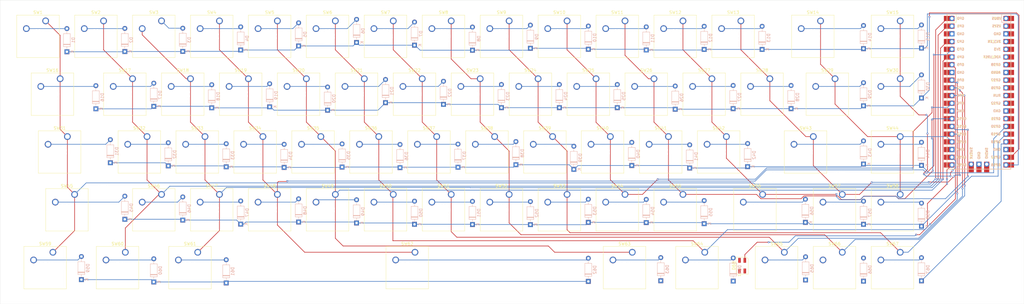
<source format=kicad_pcb>
(kicad_pcb (version 20241229) (generator "pcbnew") (generator_version "9.0")
  (layers (0 "F.Cu" signal) (2 "B.Cu" signal) (13 "F.Paste" user) (15 "B.Paste" user) (5 "F.SilkS" user "F.Silkscreen") (7 "B.SilkS" user "B.Silkscreen") (1 "F.Mask" user) (3 "B.Mask" user) (25 "Edge.Cuts" user))
  (net 0 "")
  (net 1 "Net-(D1-A)")
  (net 2 "Net-(D2-A)")
  (net 3 "Net-(D3-A)")
  (net 4 "Net-(D4-A)")
  (net 5 "Net-(D5-A)")
  (net 6 "Net-(D6-A)")
  (net 7 "Net-(D7-A)")
  (net 8 "Net-(D8-A)")
  (net 9 "Net-(D9-A)")
  (net 10 "Net-(D10-A)")
  (net 11 "Net-(D11-A)")
  (net 12 "Net-(D12-A)")
  (net 13 "Net-(D13-A)")
  (net 14 "Net-(D14-A)")
  (net 15 "Net-(D15-A)")
  (net 16 "Net-(D16-A)")
  (net 17 "Net-(D17-A)")
  (net 18 "Net-(D18-A)")
  (net 19 "Net-(D19-A)")
  (net 20 "Net-(D20-A)")
  (net 21 "Net-(D21-A)")
  (net 22 "Net-(D22-A)")
  (net 23 "Net-(D23-A)")
  (net 24 "Net-(D24-A)")
  (net 25 "Net-(D25-A)")
  (net 26 "Net-(D26-A)")
  (net 27 "Net-(D27-A)")
  (net 28 "Net-(D28-A)")
  (net 29 "Net-(D29-A)")
  (net 30 "Net-(D30-A)")
  (net 31 "Net-(D31-A)")
  (net 32 "Net-(D32-A)")
  (net 33 "Net-(D33-A)")
  (net 34 "Net-(D34-A)")
  (net 35 "Net-(D35-A)")
  (net 36 "Net-(D36-A)")
  (net 37 "Net-(D37-A)")
  (net 38 "Net-(D38-A)")
  (net 39 "Net-(D39-A)")
  (net 40 "Net-(D40-A)")
  (net 41 "Net-(D41-A)")
  (net 42 "Net-(D43-A)")
  (net 43 "Net-(D44-A)")
  (net 44 "Net-(D45-A)")
  (net 45 "Net-(D46-A)")
  (net 46 "Net-(D47-A)")
  (net 47 "Net-(D48-A)")
  (net 48 "Net-(D49-A)")
  (net 49 "Net-(D50-A)")
  (net 50 "Net-(D51-A)")
  (net 51 "Net-(D52-A)")
  (net 52 "Net-(D53-A)")
  (net 53 "Net-(D54-A)")
  (net 54 "Net-(D55-A)")
  (net 55 "Net-(D56-A)")
  (net 56 "Net-(D57-A)")
  (net 57 "Net-(D58-A)")
  (net 58 "Net-(D59-A)")
  (net 59 "Net-(D60-A)")
  (net 60 "Net-(D61-A)")
  (net 61 "Net-(D62-A)")
  (net 62 "Net-(D63-A)")
  (net 63 "Net-(D64-A)")
  (net 64 "Net-(D65-A)")
  (net 65 "Net-(D66-A)")
  (net 66 "Net-(D67-A)")
  (net 67 "C3")
  (net 68 "C8")
  (net 69 "C15")
  (net 70 "C12")
  (net 71 "C2")
  (net 72 "C7")
  (net 73 "C10")
  (net 74 "R5")
  (net 75 "C5")
  (net 76 "C13")
  (net 77 "R1")
  (net 78 "C14")
  (net 79 "R2")
  (net 80 "R4")
  (net 81 "C11")
  (net 82 "C1")
  (net 83 "C9")
  (net 84 "C6")
  (net 85 "R3")
  (net 86 "C4")
  (net 87 "Net-(D42-A)")
  (net 92 "GND")
  (net 105 "Encoder button 2")
  (net 108 "+5V")
  (net 110 "Net-(D68-DIN)")
  (net 112 "Encoder button 1")
  (footprint "Button_Switch_Keyboard:SW_Cherry_MX_1.25u_PCB" (layer "F.Cu") (at 330.42225 100.838)
    (property "Reference" "SW29")
    (property "Value" "SW_Push")
  )
  (footprint "Button_Switch_Keyboard:SW_Cherry_MX_1.75u_PCB" (layer "F.Cu") (at 306.60975 138.938)
    (property "Reference" "SW56")
    (property "Value" "SW_Push")
  )
  (footprint "Button_Switch_Keyboard:SW_Cherry_MX_1.00u_PCB" (layer "F.Cu") (at 166.116 138.938)
    (property "Reference" "SW49")
    (property "Value" "SW_Push")
  )
  (footprint "Button_Switch_Keyboard:SW_Cherry_MX_1.00u_PCB" (layer "F.Cu") (at 242.316 81.788)
    (property "Reference" "SW10")
    (property "Value" "SW_Push")
  )
  (footprint "Button_Switch_Keyboard:SW_Cherry_MX_1.00u_PCB" (layer "F.Cu") (at 128.016 81.788)
    (property "Reference" "SW4")
    (property "Value" "SW_Push")
  )
  (footprint "Button_Switch_Keyboard:SW_Cherry_MX_1.00u_PCB" (layer "F.Cu") (at 156.591 100.838)
    (property "Reference" "SW20")
    (property "Value" "SW_Push")
  )
  (footprint "Button_Switch_Keyboard:SW_Cherry_MX_1.25u_PCB" (layer "F.Cu") (at 287.5915 157.988)
    (property "Reference" "SW64")
    (property "Value" "SW_Push")
  )
  (footprint "ScottoKeebs_MCU:Raspberry_Pi_Pico" (layer "F.Cu") (at 377.7488 105.1052)
    (property "Reference" "U1" (hide yes))
    (property "Value" "Raspberry_Pi_Pico" (hide yes))
  )
  (footprint "Button_Switch_Keyboard:SW_Cherry_MX_1.00u_PCB" (layer "F.Cu") (at 213.741 100.838)
    (property "Reference" "SW23")
    (property "Value" "SW_Push")
  )
  (footprint "Button_Switch_Keyboard:SW_Cherry_MX_1.00u_PCB" (layer "F.Cu") (at 204.216 81.788)
    (property "Reference" "SW8")
    (property "Value" "SW_Push")
  )
  (footprint "Button_Switch_Keyboard:SW_Cherry_MX_1.00u_PCB" (layer "F.Cu") (at 308.991 100.838)
    (property "Reference" "SW28")
    (property "Value" "SW_Push")
  )
  (footprint "Button_Switch_Keyboard:SW_Cherry_MX_1.00u_PCB" (layer "F.Cu") (at 118.491 100.838)
    (property "Reference" "SW18")
    (property "Value" "SW_Push")
  )
  (footprint "Button_Switch_Keyboard:SW_Cherry_MX_1.00u_PCB" (layer "F.Cu") (at 280.416 138.938)
    (property "Reference" "SW55")
    (property "Value" "SW_Push")
  )
  (footprint "Button_Switch_Keyboard:SW_Cherry_MX_1.00u_PCB" (layer "F.Cu") (at 270.891 100.838)
    (property "Reference" "SW26")
    (property "Value" "SW_Push")
  )
  (footprint "Button_Switch_Keyboard:SW_Cherry_MX_1.00u_PCB" (layer "F.Cu") (at 223.266 81.788)
    (property "Reference" "SW9")
    (property "Value" "SW_Push")
  )
  (footprint "Button_Switch_Keyboard:SW_Cherry_MX_1.25u_PCB" (layer "F.Cu") (at 73.24725 157.988)
    (property "Reference" "SW59")
    (property "Value" "SW_Push")
  )
  (footprint "Button_Switch_Keyboard:SW_Cherry_MX_1.00u_PCB" (layer "F.Cu") (at 280.416 81.788)
    (property "Reference" "SW12")
    (property "Value" "SW_Push")
  )
  (footprint "Button_Switch_Keyboard:SW_Cherry_MX_1.00u_PCB" (layer "F.Cu") (at 147.066 81.788)
    (property "Reference" "SW5")
    (property "Value" "SW_Push")
  )
  (footprint "Button_Switch_Keyboard:SW_Cherry_MX_1.00u_PCB" (layer "F.Cu") (at 175.641 100.838)
    (property "Reference" "SW21")
    (property "Value" "SW_Push")
  )
  (footprint "LED_SMD:LED_SK6812MINI_PLCC4_3.5x3.5mm_P1.75mm" (layer "F.Cu") (at 299.8851 162.3949 90)
    (property "Reference" "D68")
    (property "Value" "SK6812MINI")
  )
  (footprint "Button_Switch_Keyboard:SW_Cherry_MX_1.00u_PCB" (layer "F.Cu") (at 99.441 100.838)
    (property "Reference" "SW17")
    (property "Value" "SW_Push")
  )
  (footprint "Button_Switch_Keyboard:SW_Cherry_MX_1.00u_PCB" (layer "F.Cu") (at 351.8535 100.838)
    (property "Reference" "SW30")
    (property "Value" "SW_Push")
  )
  (footprint "Button_Switch_Keyboard:SW_Cherry_MX_1.00u_PCB" (layer "F.Cu") (at 351.8535 157.988)
    (property "Reference" "SW67")
    (property "Value" "SW_Push")
  )
  (footprint "Button_Switch_Keyboard:SW_Cherry_MX_1.50u_PCB" (layer "F.Cu") (at 75.6285 100.838)
    (property "Reference" "SW16")
    (property "Value" "SW_Push")
  )
  (footprint "Button_Switch_Keyboard:SW_Cherry_MX_1.00u_PCB" (layer "F.Cu") (at 313.7535 157.988)
    (property "Reference" "SW65")
    (property "Value" "SW_Push")
  )
  (footprint "Button_Switch_Keyboard:SW_Cherry_MX_6.25u_PCB" (layer "F.Cu") (at 192.3035 157.98395)
    (property "Reference" "SW62")
    (property "Value" "SW_Push")
  )
  (footprint "Button_Switch_Keyboard:SW_Cherry_MX_1.00u_PCB" (layer "F.Cu") (at 289.941 100.838)
    (property "Reference" "SW27")
    (property "Value" "SW_Push")
  )
  (footprint "Button_Switch_Keyboard:SW_Cherry_MX_1.00u_PCB" (layer "F.Cu") (at 89.916 81.788)
    (property "Reference" "SW2")
    (property "Value" "SW_Push")
  )
  (footprint "Button_Switch_Keyboard:SW_Cherry_MX_1.75u_PCB" (layer "F.Cu") (at 325.65975 81.788)
    (property "Reference" "SW14")
    (property "Value" "SW_Push")
  )
  (footprint "Button_Switch_Keyboard:SW_Cherry_MX_1.00u_PCB" (layer "F.Cu") (at 123.2535 119.888)
    (property "Reference" "SW33")
    (property "Value" "SW_Push")
  )
  (footprint "Button_Switch_Keyboard:SW_Cherry_MX_1.00u_PCB" (layer "F.Cu") (at 194.691 100.838)
    (property "Reference" "SW22")
    (property "Value" "SW_Push")
  )
  (footprint "Button_Switch_Keyboard:SW_Cherry_MX_1.00u_PCB" (layer "F.Cu") (at 204.216 138.938)
    (property "Reference" "SW51")
    (property "Value" "SW_Push")
  )
  (footprint "Button_Switch_Keyboard:SW_Cherry_MX_1.00u_PCB" (layer "F.Cu") (at 275.6535 119.888)
    (property "Reference" "SW41")
    (property "Value" "SW_Push")
  )
  (footprint "Button_Switch_Keyboard:SW_Cherry_MX_2.00u_PCB" (layer "F.Cu") (at 80.391 138.938)
    (property "Reference" "SW45")
    (property "Value" "SW_Push")
  )
  (footprint "Button_Switch_Keyboard:SW_Cherry_MX_1.00u_PCB" (layer "F.Cu") (at 137.541 100.838)
    (property "Reference" "SW19")
    (property "Value" "SW_Push")
  )
  (footprint "Button_Switch_Keyboard:SW_Cherry_MX_1.00u_PCB" (layer "F.Cu") (at 332.8035 138.938)
    (property "Reference" "SW57")
    (property "Value" "SW_Push")
  )
  (footprint "Button_Switch_Keyboard:SW_Cherry_MX_1.00u_PCB" (layer "F.Cu") (at 242.316 138.938)
    (property "Reference" "SW53")
    (property "Value" "SW_Push")
  )
  (footprint "Button_Switch_Keyboard:SW_Cherry_MX_1.00u_PCB" (layer "F.Cu") (at 218.5035 119.888)
    (property "Reference" "SW38")
    (property "Value" "SW_Push")
  )
  (footprint "Button_Switch_Keyboard:SW_Cherry_MX_1.00u_PCB" (layer "F.Cu") (at 142.3035 119.888)
    (property "Reference" "SW34")
    (property "Value" "SW_Push")
  )
  (footprint "Button_Switch_Keyboard:SW_Cherry_MX_1.00u_PCB" (layer "F.Cu") (at 232.791 100.838)
    (property "Reference" "SW24")
    (property "Value" "SW_Push")
  )
  (footprint "Button_Switch_Keyboard:SW_Cherry_MX_1.00u_PCB" (layer "F.Cu") (at 185.166 81.788)
    (property "Reference" "SW7")
    (property "Value" "SW_Push")
  )
  (footprint "Button_Switch_Keyboard:SW_Cherry_MX_1.00u_PCB" (layer "F.Cu") (at 261.366 81.788)
    (property "Reference" "SW11")
    (property "Value" "SW_Push")
  )
  (footprint "Button_Switch_Keyboard:SW_Cherry_MX_1.00u_PCB" (layer "F.Cu") (at 147.066 138.938)
    (property "Reference" "SW48")
    (property "Value" "SW_Push")
  )
  (footprint "Button_Switch_Keyboard:SW_Cherry_MX_1.25u_PCB" (layer "F.Cu") (at 97.05975 157.988)
    (property "Reference" "SW60")
    (property "Value" "SW_Push")
  )
  (footprint "Button_Switch_Keyboard:SW_Cherry_MX_1.00u_PCB" (layer "F.Cu") (at 166.116 81.788)
    (property "Reference" "SW6")
    (property "Value" "SW_Push")
  )
  (footprint "Button_Switch_Keyboard:SW_Cherry_MX_1.00u_PCB" (layer "F.Cu") (at 180.4035 119.888)
    (property "Reference" "SW36")
    (property "Value" "SW_Push")
  )
  (footprint "Button_Switch_Keyboard:SW_Cherry_MX_1.00u_PCB" (layer "F.Cu") (at 351.8535 119.888)
    (property "Reference" "SW44")
    (property "Value" "SW_Push")
  )
  (footprint "Button_Switch_Keyboard:SW_Cherry_MX_2.00u_PCB" (layer "F.Cu") (at 323.2785 119.888)
    (property "Reference" "SW43")
    (property "Value" "SW_Push")
  )
  (footprint "Button_Switch_Keyboard:SW_Cherry_MX_1.00u_PCB" (layer "F.Cu") (at 108.966 81.788)
    (property "Reference" "SW3")
    (property "Value" "SW_Push")
  )
  (footprint "Button_Switch_Keyboard:SW_Cherry_MX_1.00u_PCB" (layer "F.Cu") (at 237.5535 119.888)
    (property "Reference" "SW39")
    (property "Value" "SW_Push")
  )
  (footprint "Button_Switch_Keyboard:SW_Cherry_MX_1.00u_PCB" (layer "F.Cu") (at 185.166 138.938)
    (property "Reference" "SW50")
    (property "Value" "SW_Push")
  )
  (footprint "Button_Switch_Keyboard:SW_Cherry_MX_1.00u_PCB" (layer "F.Cu") (at 261.366 138.938)
    (property "Reference" "SW54")
    (property "Value" "SW_Push")
  )
  (footprint "Button_Switch_Keyboard:SW_Cherry_MX_1.00u_PCB" (layer "F.Cu") (at 223.266 138.938)
    (property "Reference" "SW52")
    (property "Value" "SW_Push")
  )
  (footprint "Button_Switch_Keyboard:SW_Cherry_MX_1.00u_PCB" (layer "F.Cu") (at 299.466 81.788)
    (property "Reference" "SW13")
    (property "Value" "SW_Push")
  )
  (footprint "Button_Switch_Keyboard:SW_Cherry_MX_1.00u_PCB" (layer "F.Cu") (at 294.7035 119.888)
    (property "Reference" "SW42")
    (property "Value" "SW_Push")
  )
  (footprint "Button_Switch_Keyboard:SW_Cherry_MX_1.00u_PCB" (layer "F.Cu") (at 128.016 138.938)
    (property "Reference" "SW47")
    (property "Value" "SW_Push")
  )
  (footprint "Button_Switch_Keyboard:SW_Cherry_MX_1.00u_PCB" (layer "F.Cu") (at 351.8535 81.788)
    (property "Reference" "SW15")
    (property "Value" "SW_Push")
  )
  (footprint "Button_Switch_Keyboard:SW_Cherry_MX_1.00u_PCB" (layer "F.Cu") (at 104.2035 119.888)
    (property "Reference" "SW32")
    (property "Value" "SW_Push")
  )
  (footprint "Button_Switch_Keyboard:SW_Cherry_MX_1.25u_PCB" (layer "F.Cu") (at 120.87225 157.988)
    (property "Reference" "SW61")
    (property "Value" "SW_Push")
  )
  (footprint "Button_Switch_Keyboard:SW_Cherry_MX_1.00u_PCB" (layer "F.Cu") (at 108.966 138.938)
    (property "Reference" "SW46")
    (property "Value" "SW_Push")
  )
  (footprint "Button_Switch_Keyboard:SW_Cherry_MX_1.25u_PCB" (layer "F.Cu") (at 263.74725 157.988)
    (property "Reference" "SW63")
    (property "Value" "SW_Push")
  )
  (footprint "Button_Switch_Keyboard:SW_Cherry_MX_1.00u_PCB" (layer "F.Cu") (at 251.841 100.838)
    (property "Reference" "SW25")
    (property "Value" "SW_Push")
  )
  (footprint "Button_Switch_Keyboard:SW_Cherry_MX_1.00u_PCB" (layer "F.Cu") (at 351.8535 138.938)
    (property "Reference" "SW58")
    (property "Value" "SW_Push")
  )
  (footprint "Button_Switch_Keyboard:SW_Cherry_MX_1.00u_PCB" (layer "F.Cu") (at 70.866 81.788)
    (property "Reference" "SW1")
    (property "Value" "SW_Push")
  )
  (footprint "Button_Switch_Keyboard:SW_Cherry_MX_1.00u_PCB" (layer "F.Cu") (at 199.4535 119.888)
    (property "Reference" "SW37")
    (property "Value" "SW_Push")
  )
  (footprint "Button_Switch_Keyboard:SW_Cherry_MX_1.00u_PCB" (layer "F.Cu") (at 161.3535 119.888)
    (property "Reference" "SW35")
    (property "Value" "SW_Push")
  )
  (footprint "Button_Switch_Keyboard:SW_Cherry_MX_1.00u_PCB" (layer "F.Cu") (at 332.8035 157.988)
    (property "Reference" "SW66")
    (property "Value" "SW_Push")
  )
  (footprint "Button_Switch_Keyboard:SW_Cherry_MX_1.00u_PCB" (layer "F.Cu") (at 256.54 119.888)
    (property "Reference" "SW40")
    (property "Value" "SW_Push")
  )
  (footprint "Button_Switch_Keyboard:SW_Cherry_MX_1.75u_PCB" (layer "F.Cu") (at 78.00975 119.888)
    (property "Reference" "SW31")
    (property "Value" "SW_Push")
  )
  (footprint "Diode_THT:D_DO-35_SOD27_P7.62mm_Horizontal" (layer "B.Cu") (at 268.351 91.3765 90)
    (property "Reference" "D11")
    (property "Value" "D")
  )
  (footprint "Diode_THT:D_DO-35_SOD27_P7.62mm_Horizontal" (layer "B.Cu") (at 201.676 109.2835 90)
    (property "Reference" "D22")
    (property "Value" "D")
  )
  (footprint "Diode_THT:D_DO-35_SOD27_P7.62mm_Horizontal" (layer "B.Cu") (at 135.001 91.3765 90)
    (property "Reference" "D4")
    (property "Value" "D")
  )
  (footprint "Diode_THT:D_DO-35_SOD27_P7.62mm_Horizontal" (layer "B.Cu") (at 211.201 91.44 90)
    (property "Reference" "D8")
    (property "Value" "D")
  )
  (footprint "Diode_THT:D_DO-35_SOD27_P7.62mm_Horizontal" (layer "B.Cu") (at 96.901 147.1295 90)
    (property "Reference" "D45")
    (property "Value" "D")
  )
  (footprint "Diode_THT:D_DO-35_SOD27_P7.62mm_Horizontal" (layer "B.Cu") (at 358.8385 90.7415 90)
    (property "Reference" "D15")
    (property "Value" "D")
  )
  (footprint "Diode_THT:D_DO-35_SOD27_P7.62mm_Horizontal" (layer "B.Cu") (at 358.8385 149.4155 90)
    (property "Reference" "D58")
    (property "Value" "D")
  )
  (footprint "Diode_THT:D_DO-35_SOD27_P7.62mm_Horizontal" (layer "B.Cu") (at 106.426 109.9185 90)
    (property "Reference" "D17")
    (property "Value" "D")
  )
  (footprint "Diode_THT:D_DO-35_SOD27_P7.62mm_Horizontal" (layer "B.Cu") (at 339.7885 109.75975 90)
    (property "Reference" "D29")
    (property "Value" "D")
  )
  (footprint "Diode_THT:D_DO-35_SOD27_P7.62mm_Horizontal" (layer "B.Cu") (at 144.526 110.109 90)
    (property "Reference" "D19")
    (property "Value" "D")
  )
  (footprint "Diode_THT:D_DO-35_SOD27_P7.62mm_Horizontal" (layer "B.Cu") (at 239.776 110.363 90)
    (property "Reference" "D24")
    (property "Value" "D")
  )
  (footprint "Diode_THT:D_DO-35_SOD27_P7.62mm_Horizontal" (layer "B.Cu") (at 273.1262 167.3733 90)
    (property "Reference" "D63")
    (property "Value" "D")
  )
  (footprint "Diode_THT:D_DO-35_SOD27_P7.62mm_Horizontal" (layer "B.Cu") (at 192.151 89.789 90)
    (property "Reference" "D7")
    (property "Value" "D")
  )
  (footprint "Diode_THT:D_DO-35_SOD27_P7.62mm_Horizontal" (layer "B.Cu") (at 258.826 110.363 90)
    (property "Reference" "D25")
    (property "Value" "D")
  )
  (footprint "Diode_THT:D_DO-35_SOD27_P7.62mm_Horizontal" (layer "B.Cu") (at 230.251 148.9075 90)
    (property "Reference" "D52")
    (property "Value" "D")
  )
  (footprint "Diode_THT:D_DO-35_SOD27_P7.62mm_Horizontal" (layer "B.Cu") (at 111.1885 129.54 90)
    (property "Reference" "D32")
    (property "Value" "D")
  )
  (footprint "Diode_THT:D_DO-35_SOD27_P7.62mm_Horizontal" (layer "B.Cu") (at 130.2385 129.8575 90)
    (property "Reference" "D33")
    (property "Value" "D")
  )
  (footprint "Diode_THT:D_DO-35_SOD27_P7.62mm_Horizontal" (layer "B.Cu") (at 82.6135 167.005 90)
    (property "Reference" "D59")
    (property "Value" "D")
  )
  (footprint "Diode_THT:D_DO-35_SOD27_P7.62mm_Horizontal" (layer "B.Cu") (at 87.376 110.744 90)
    (property "Reference" "D16")
    (property "Value" "D")
  )
  (footprint "Diode_THT:D_DO-35_SOD27_P7.62mm_Horizontal" (layer "B.Cu") (at 220.726 110.363 90)
    (property "Reference" "D23")
    (property "Value" "D")
  )
  (footprint "Diode_THT:D_DO-35_SOD27_P7.62mm_Horizontal" (layer "B.Cu") (at 192.151 148.7805 90)
    (property "Reference" "D50")
    (property "Value" "D")
  )
  (footprint "Diode_THT:D_DO-35_SOD27_P7.62mm_Horizontal" (layer "B.Cu") (at 282.6385 130.2385 90)
    (property "Reference" "D41")
    (property "Value" "D")
  )
  (footprint "Diode_THT:D_DO-35_SOD27_P7.62mm_Horizontal" (layer "B.Cu") (at 339.7885 90.932 90)
    (property "Reference" "D14")
    (property "Value" "D")
  )
  (footprint "Diode_THT:D_DO-35_SOD27_P7.62mm_Horizontal" (layer "B.Cu") (at 306.451 91.186 90)
    (property "Reference" "D13")
    (property "Value" "D")
  )
  (footprint "Diode_THT:D_DO-35_SOD27_P7.62mm_Horizontal" (layer "B.Cu") (at 135.001 148.717 90)
    (property "Reference" "D47")
    (property "Value" "D")
  )
  (footprint "Diode_THT:D_DO-35_SOD27_P7.62mm_Horizontal" (layer "B.Cu") (at 249.301 167.5765 90)
    (property "Reference" "D62")
    (property "Value" "D")
  )
  (footprint "Diode_THT:D_DO-35_SOD27_P7.62mm_Horizontal" (layer "B.Cu") (at 287.401 91.186 90)
    (property "Reference" "D12")
    (property "Value" "D")
  )
  (footprint "Diode_THT:D_DO-35_SOD27_P7.62mm_Horizontal" (layer "B.Cu") (at 315.976 110.6805 90)
    (property "Reference" "D28")
    (property "Value" "D")
  )
  (footprint "Diode_THT:D_DO-35_SOD27_P7.62mm_Horizontal" (layer "B.Cu") (at 296.926 110.6805 90)
    (property "Reference" "D27")
    (property "Value" "D")
  )
  (footprint "Diode_THT:D_DO-35_SOD27_P7.62mm_Horizontal" (layer "B.Cu") (at 301.6885 129.794 90)
    (property "Reference" "D42")
    (property "Value" "D")
  )
  (footprint "Diode_THT:D_DO-35_SOD27_P7.62mm_Horizontal" (layer "B.Cu") (at 339.7885 167.513 90)
    (property "Reference" "D66")
    (property "Value" "D")
  )
  (footprint "Diode_THT:D_DO-35_SOD27_P7.62mm_Horizontal" (layer "B.Cu") (at 168.3385 129.921 90)
    (property "Reference" "D35")
    (property "Value" "D")
  )
  (footprint "Diode_THT:D_DO-35_SOD27_P7.62mm_Horizontal" (layer "B.Cu") (at 206.4385 129.9845 90)
    (property "Reference" "D37")
    (property "Value" "D")
  )
  (footprint "Diode_THT:D_DO-35_SOD27_P7.62mm_Horizontal" (layer "B.Cu") (at 225.4885 129.159 90)
    (property "Reference" "D38")
    (property "Value" "D")
  )
  (footprint "Diode_THT:D_DO-35_SOD27_P7.62mm_Horizontal" (layer "B.Cu") (at 339.7885 128.93675 90)
    (property "Reference" "D43")
    (property "Value" "D")
  )
  (footprint "Diode_THT:D_DO-35_SOD27_P7.62mm_Horizontal" (layer "B.Cu") (at 296.9514 167.4876 90)
    (property "Reference" "D64")
    (property "Value" "D")
  )
  (footprint "Diode_THT:D_DO-35_SOD27_P7.62mm_Horizontal" (layer "B.Cu") (at 358.8385 107.188 90)
    (property "Reference" "D30")
    (property "Value" "D")
  )
  (footprint "Diode_THT:D_DO-35_SOD27_P7.62mm_Horizontal" (layer "B.Cu") (at 211.201 148.844 90)
    (property "Reference" "D51")
    (property "Value" "D")
  )
  (footprint "Diode_THT:D_DO-35_SOD27_P7.62mm_Horizontal" (layer "B.Cu") (at 263.5885 129.413 90)
    (property "Reference" "D40")
    (property "Value" "D")
  )
  (footprint "Diode_THT:D_DO-35_SOD27_P7.62mm_Horizontal" (layer "B.Cu") (at 173.101 148.336 90)
    (property "Reference" "D49")
    (property "Value" "D")
  )
  (footprint "Diode_THT:D_DO-35_SOD27_P7.62mm_Horizontal" (layer "B.Cu") (at 268.351 148.209 90)
    (property "Reference" "D54")
    (property "Value" "D")
  )
  (footprint "Diode_THT:D_DO-35_SOD27_P7.62mm_Horizontal" (layer "B.Cu") (at 358.8385 167.3987 90)
    (property "Reference" "D67")
    (property "Value" "D")
  )
  (footprint "Diode_THT:D_DO-35_SOD27_P7.62mm_Horizontal" (layer "B.Cu") (at 96.901 91.8845 90)
    (property "Reference" "D2")
    (property "Value" "D")
  )
  (footprint "Diode_THT:D_DO-35_SOD27_P7.62mm_Horizontal" (layer "B.Cu") (at 187.3885 130.1115 90)
    (property "Reference" "D36")
    (property "Value" "D")
  )
  (footprint "Diode_THT:D_DO-35_SOD27_P7.62mm_Horizontal" (layer "B.Cu") (at 244.5385 130.683 90)
    (property "Reference" "D39")
    (property "Value" "D")
  )
  (footprint "Diode_THT:D_DO-35_SOD27_P7.62mm_Horizontal" (layer "B.Cu") (at 249.301 91.1225 90)
    (property "Reference" "D10")
    (property "Value" "D")
  )
  (footprint "Diode_THT:D_DO-35_SOD27_P7.62mm_Horizontal" (layer "B.Cu") (at 277.876 110.871 90)
    (property "Reference" "D26")
    (property "Value" "D")
  )
  (footprint "Diode_THT:D_DO-35_SOD27_P7.62mm_Horizontal" (layer "B.Cu") (at 125.476 110.4265 90)
    (property "Reference" "D18")
    (property "Value" "D")
  )
  (footprint "Diode_THT:D_DO-35_SOD27_P7.62mm_Horizontal" (layer "B.Cu") (at 173.101 88.9 90)
    (property "Reference" "D6")
    (property "Value" "D")
  )
  (footprint "Diode_THT:D_DO-35_SOD27_P7.62mm_Horizontal" (layer "B.Cu") (at 320.7385 167.1066 90)
    (property "Reference" "D65")
    (property "Value" "D")
  )
  (footprint "Diode_THT:D_DO-35_SOD27_P7.62mm_Horizontal" (layer "B.Cu") (at 106.426 167.767 90)
    (property "Reference" "D60")
    (property "Value" "D")
  )
  (footprint "Diode_THT:D_DO-35_SOD27_P7.62mm_Horizontal" (layer "B.Cu") (at 149.2885 130.048 90)
    (property "Reference" "D34")
    (property "Value" "D")
  )
  (footprint "Diode_THT:D_DO-35_SOD27_P7.62mm_Horizontal" (layer "B.Cu") (at 92.1385 128.524 90)
    (property "Reference" "D31")
    (property "Value" "D")
  )
  (footprint "Diode_THT:D_DO-35_SOD27_P7.62mm_Horizontal" (layer "B.Cu") (at 249.301 148.1455 90)
    (property "Reference" "D53")
    (property "Value" "D")
  )
  (footprint "Diode_THT:D_DO-35_SOD27_P7.62mm_Horizontal" (layer "B.Cu") (at 130.2385 168.0845 90)
    (property "Reference" "D61")
    (property "Value" "D")
  )
  (footprint "Diode_THT:D_DO-35_SOD27_P7.62mm_Horizontal" (layer "B.Cu") (at 287.401 148.59 90)
    (property "Reference" "D55")
    (property "Value" "D")
  )
  (footprint "Diode_THT:D_DO-35_SOD27_P7.62mm_Horizontal" (layer "B.Cu") (at 339.7885 148.7805 90)
    (property "Reference" "D57")
    (property "Value" "D")
  )
  (footprint "Diode_THT:D_DO-35_SOD27_P7.62mm_Horizontal" (layer "B.Cu") (at 358.8385 129.38125 90)
    (property "Reference" "D44")
    (property "Value" "D")
  )
  (footprint "Diode_THT:D_DO-35_SOD27_P7.62mm_Horizontal" (layer "B.Cu") (at 230.251 90.805 90)
    (property "Reference" "D9")
    (property "Value" "D")
  )
  (footprint "Diode_THT:D_DO-35_SOD27_P7.62mm_Horizontal" (layer "B.Cu") (at 115.951 91.821 90)
    (property "Reference" "D3")
    (property "Value" "D")
  )
  (footprint "Diode_THT:D_DO-35_SOD27_P7.62mm_Horizontal" (layer "B.Cu") (at 115.951 147.3835 90)
    (property "Reference" "D46")
    (property "Value" "D")
  )
  (footprint "Diode_THT:D_DO-35_SOD27_P7.62mm_Horizontal" (layer "B.Cu") (at 77.851 91.948 90)
    (property "Reference" "D1")
    (property "Value" "D")
  )
  (footprint "Diode_THT:D_DO-35_SOD27_P7.62mm_Horizontal" (layer "B.Cu") (at 154.051 90.043 90)
    (property "Reference" "D5")
    (property "Value" "D")
  )
  (footprint "Diode_THT:D_DO-35_SOD27_P7.62mm_Horizontal" (layer "B.Cu") (at 154.051 148.0185 90)
    (property "Reference" "D48")
    (property "Value" "D")
  )
  (footprint "Diode_THT:D_DO-35_SOD27_P7.62mm_Horizontal" (layer "B.Cu") (at 163.576 111.1885 90)
    (property "Reference" "D20")
    (property "Value" "D")
  )
  (footprint "Diode_THT:D_DO-35_SOD27_P7.62mm_Horizontal" (layer "B.Cu") (at 182.626 108.712 90)
    (property "Reference" "D21")
    (property "Value" "D")
  )
  (footprint "Diode_THT:D_DO-35_SOD27_P7.62mm_Horizontal" (layer "B.Cu") (at 320.675 148.1455 90)
    (property "Reference" "D56")
    (property "Value" "D")
  )
  (gr_rect (start 55.88 74.93) (end 392.557 175.006) (stroke (width 0.05)) (fill no) (layer "Edge.Cuts"))
  (segment (start 64.516 84.328) (end 77.851 84.328) (width 0.2) (layer "B.Cu") (net 1))
  (segment (start 83.566 84.328) (end 96.8375 84.328) (width 0.2) (layer "B.Cu") (net 2))
  (segment (start 96.8375 84.328) (end 96.901 84.2645) (width 0.2) (layer "B.Cu") (net 2))
  (segment (start 108.966 81.788) (end 111.379 84.201) (width 0.2) (layer "B.Cu") (net 3))
  (segment (start 111.379 84.201) (end 115.951 84.201) (width 0.2) (layer "B.Cu") (net 3))
  (segment (start 134.4295 84.328) (end 135.001 83.7565) (width 0.2) (layer "B.Cu") (net 4))
  (segment (start 121.666 84.328) (end 134.4295 84.328) (width 0.2) (layer "B.Cu") (net 4))
  (segment (start 152.146 84.328) (end 154.051 82.423) (width 0.2) (layer "B.Cu") (net 5))
  (segment (start 140.716 84.328) (end 152.146 84.328) (width 0.2) (layer "B.Cu") (net 5))
  (segment (start 170.053 84.328) (end 173.101 81.28) (width 0.2) (layer "B.Cu") (net 6))
  (segment (start 159.766 84.328) (end 170.053 84.328) (width 0.2) (layer "B.Cu") (net 6))
  (segment (start 189.992 84.328) (end 192.151 82.169) (width 0.2) (layer "B.Cu") (net 7))
  (segment (start 178.816 84.328) (end 189.992 84.328) (width 0.2) (layer "B.Cu") (net 7))
  (segment (start 210.693 84.328) (end 211.201 83.82) (width 0.2) (layer "B.Cu") (net 8))
  (segment (start 197.866 84.328) (end 210.693 84.328) (width 0.2) (layer "B.Cu") (net 8))
  (segment (start 229.108 84.328) (end 230.251 83.185) (width 0.2) (layer "B.Cu") (net 9))
  (segment (start 216.916 84.328) (end 229.108 84.328) (width 0.2) (layer "B.Cu") (net 9))
  (segment (start 248.4755 84.328) (end 249.301 83.5025) (width 0.2) (layer "B.Cu") (net 10))
  (segment (start 235.966 84.328) (end 248.4755 84.328) (width 0.2) (layer "B.Cu") (net 10))
  (segment (start 267.7795 84.328) (end 268.351 83.7565) (width 0.2) (layer "B.Cu") (net 11))
  (segment (start 255.016 84.328) (end 267.7795 84.328) (width 0.2) (layer "B.Cu") (net 11))
  (segment (start 274.066 84.328) (end 286.639 84.328) (width 0.2) (layer "B.Cu") (net 12))
  (segment (start 286.639 84.328) (end 287.401 83.566) (width 0.2) (layer "B.Cu") (net 12))
  (segment (start 293.116 84.328) (end 305.689 84.328) (width 0.2) (layer "B.Cu") (net 13))
  (segment (start 305.689 84.328) (end 306.451 83.566) (width 0.2) (layer "B.Cu") (net 13))
  (segment (start 338.7725 84.328) (end 339.7885 83.312) (width 0.2) (layer "B.Cu") (net 14))
  (segment (start 319.30975 84.328) (end 338.7725 84.328) (width 0.2) (layer "B.Cu") (net 14))
  (segment (start 345.5035 84.328) (end 357.632 84.328) (width 0.2) (layer "B.Cu") (net 15))
  (segment (start 357.632 84.328) (end 358.8385 83.1215) (width 0.2) (layer "B.Cu") (net 15))
  (segment (start 69.2785 103.378) (end 87.122 103.378) (width 0.2) (layer "B.Cu") (net 16))
  (segment (start 87.122 103.378) (end 87.376 103.124) (width 0.2) (layer "B.Cu") (net 16))
  (segment (start 93.091 103.378) (end 105.3465 103.378) (width 0.2) (layer "B.Cu") (net 17))
  (segment (start 105.3465 103.378) (end 106.426 102.2985) (width 0.2) (layer "B.Cu") (net 17))
  (segment (start 124.9045 103.378) (end 125.476 102.8065) (width 0.2) (layer "B.Cu") (net 18))
  (segment (start 112.141 103.378) (end 124.9045 103.378) (width 0.2) (layer "B.Cu") (net 18))
  (segment (start 143.637 103.378) (end 144.526 102.489) (width 0.2) (layer "B.Cu") (net 19))
  (segment (start 131.191 103.378) (end 143.637 103.378) (width 0.2) (layer "B.Cu") (net 19))
  (segment (start 150.241 103.378) (end 163.3855 103.378) (width 0.2) (layer "B.Cu") (net 20))
  (segment (start 163.3855 103.378) (end 163.576 103.5685) (width 0.2) (layer "B.Cu") (net 20))
  (segment (start 180.34 103.378) (end 182.626 101.092) (width 0.2) (layer "B.Cu") (net 21))
  (segment (start 169.291 103.378) (end 180.34 103.378) (width 0.2) (layer "B.Cu") (net 21))
  (segment (start 188.341 103.378) (end 199.9615 103.378) (width 0.2) (layer "B.Cu") (net 22))
  (segment (start 199.9615 103.378) (end 201.676 101.6635) (width 0.2) (layer "B.Cu") (net 22))
  (segment (start 207.391 103.378) (end 220.091 103.378) (width 0.2) (layer "B.Cu") (net 23))
  (segment (start 220.091 103.378) (end 220.726 102.743) (width 0.2) (layer "B.Cu") (net 23))
  (segment (start 239.141 103.378) (end 239.776 102.743) (width 0.2) (layer "B.Cu") (net 24))
  (segment (start 226.441 103.378) (end 239.141 103.378) (width 0.2) (layer "B.Cu") (net 24))
  (segment (start 245.491 103.378) (end 258.191 103.378) (width 0.2) (layer "B.Cu") (net 25))
  (segment (start 258.191 103.378) (end 258.826 102.743) (width 0.2) (layer "B.Cu") (net 25))
  (segment (start 277.749 103.378) (end 277.876 103.251) (width 0.2) (layer "B.Cu") (net 26))
  (segment (start 264.541 103.378) (end 277.749 103.378) (width 0.2) (layer "B.Cu") (net 26))
  (segment (start 283.591 103.378) (end 296.6085 103.378) (width 0.2) (layer "B.Cu") (net 27))
  (segment (start 296.6085 103.378) (end 296.926 103.0605) (width 0.2) (layer "B.Cu") (net 27))
  (segment (start 315.6585 103.378) (end 315.976 103.0605) (width 0.2) (layer "B.Cu") (net 28))
  (segment (start 302.641 103.378) (end 315.6585 103.378) (width 0.2) (layer "B.Cu") (net 28))
  (segment (start 338.55025 103.378) (end 339.7885 102.13975) (width 0.2) (layer "B.Cu") (net 29))
  (segment (start 324.07225 103.378) (end 338.55025 103.378) (width 0.2) (layer "B.Cu") (net 29))
  (segment (start 345.5035 103.378) (end 355.0285 103.378) (width 0.2) (layer "B.Cu") (net 30))
  (segment (start 355.0285 103.378) (end 358.8385 99.568) (width 0.2) (layer "B.Cu") (net 30))
  (segment (start 90.6145 122.428) (end 92.1385 120.904) (width 0.2) (layer "B.Cu") (net 31))
  (segment (start 71.65975 122.428) (end 90.6145 122.428) (width 0.2) (layer "B.Cu") (net 31))
  (segment (start 97.8535 122.428) (end 110.6805 122.428) (width 0.2) (layer "B.Cu") (net 32))
  (segment (start 110.6805 122.428) (end 111.1885 121.92) (width 0.2) (layer "B.Cu") (net 32))
  (segment (start 116.9035 122.428) (end 130.048 122.428) (width 0.2) (layer "B.Cu") (net 33))
  (segment (start 130.048 122.428) (end 130.2385 122.2375) (width 0.2) (layer "B.Cu") (net 33))
  (segment (start 135.9535 122.428) (end 149.2885 122.428) (width 0.2) (layer "B.Cu") (net 34))
  (segment (start 155.0035 122.428) (end 168.2115 122.428) (width 0.2) (layer "B.Cu") (net 35))
  (segment (start 168.2115 122.428) (end 168.3385 122.301) (width 0.2) (layer "B.Cu") (net 35))
  (segment (start 187.325 122.428) (end 187.3885 122.4915) (width 0.2) (layer "B.Cu") (net 36))
  (segment (start 174.0535 122.428) (end 187.325 122.428) (width 0.2) (layer "B.Cu") (net 36))
  (segment (start 193.1035 122.428) (end 206.375 122.428) (width 0.2) (layer "B.Cu") (net 37))
  (segment (start 206.375 122.428) (end 206.4385 122.3645) (width 0.2) (layer "B.Cu") (net 37))
  (segment (start 212.1535 122.428) (end 224.5995 122.428) (width 0.2) (layer "B.Cu") (net 38))
  (segment (start 224.5995 122.428) (end 225.4885 121.539) (width 0.2) (layer "B.Cu") (net 38))
  (segment (start 231.2035 122.428) (end 243.9035 122.428) (width 0.2) (layer "B.Cu") (net 39))
  (segment (start 243.9035 122.428) (end 244.5385 123.063) (width 0.2) (layer "B.Cu") (net 39))
  (segment (start 250.19 122.428) (end 262.9535 122.428) (width 0.2) (layer "B.Cu") (net 40))
  (segment (start 262.9535 122.428) (end 263.5885 121.793) (width 0.2) (layer "B.Cu") (net 40))
  (segment (start 282.448 122.428) (end 282.6385 122.6185) (width 0.2) (layer "B.Cu") (net 41))
  (segment (start 269.3035 122.428) (end 282.448 122.428) (width 0.2) (layer "B.Cu") (net 41))
  (segment (start 316.9285 122.428) (end 338.67725 122.428) (width 0.2) (layer "B.Cu") (net 42))
  (segment (start 338.67725 122.428) (end 339.7885 121.31675) (width 0.2) (layer "B.Cu") (net 42))
  (segment (start 358.17175 122.428) (end 358.8385 121.76125) (width 0.2) (layer "B.Cu") (net 43))
  (segment (start 345.5035 122.428) (end 358.17175 122.428) (width 0.2) (layer "B.Cu") (net 43))
  (segment (start 74.041 141.478) (end 94.9325 141.478) (width 0.2) (layer "B.Cu") (net 44))
  (segment (start 94.9325 141.478) (end 96.901 139.5095) (width 0.2) (layer "B.Cu") (net 44))
  (segment (start 114.2365 141.478) (end 115.951 139.7635) (width 0.2) (layer "B.Cu") (net 45))
  (segment (start 102.616 141.478) (end 114.2365 141.478) (width 0.2) (layer "B.Cu") (net 45))
  (segment (start 121.666 141.478) (end 134.62 141.478) (width 0.2) (layer "B.Cu") (net 46))
  (segment (start 134.62 141.478) (end 135.001 141.097) (width 0.2) (layer "B.Cu") (net 46))
  (segment (start 152.9715 141.478) (end 154.051 140.3985) (width 0.2) (layer "B.Cu") (net 47))
  (segment (start 140.716 141.478) (end 152.9715 141.478) (width 0.2) (layer "B.Cu") (net 47))
  (segment (start 160.528 140.716) (end 173.101 140.716) (width 0.2) (layer "B.Cu") (net 48))
  (segment (start 159.766 141.478) (end 160.528 140.716) (width 0.2) (layer "B.Cu") (net 48))
  (segment (start 191.8335 141.478) (end 192.151 141.1605) (width 0.2) (layer "B.Cu") (net 49))
  (segment (start 178.816 141.478) (end 191.8335 141.478) (width 0.2) (layer "B.Cu") (net 49))
  (segment (start 210.947 141.478) (end 211.201 141.224) (width 0.2) (layer "B.Cu") (net 50))
  (segment (start 197.866 141.478) (end 210.947 141.478) (width 0.2) (layer "B.Cu") (net 50))
  (segment (start 230.0605 141.478) (end 230.251 141.2875) (width 0.2) (layer "B.Cu") (net 51))
  (segment (start 216.916 141.478) (end 230.0605 141.478) (width 0.2) (layer "B.Cu") (net 51))
  (segment (start 248.3485 141.478) (end 249.301 140.5255) (width 0.2) (layer "B.Cu") (net 52))
  (segment (start 235.966 141.478) (end 248.3485 141.478) (width 0.2) (layer "B.Cu") (net 52))
  (segment (start 255.016 141.478) (end 267.462 141.478) (width 0.2) (layer "B.Cu") (net 53))
  (segment (start 267.462 141.478) (end 268.351 140.589) (width 0.2) (layer "B.Cu") (net 53))
  (segment (start 286.893 141.478) (end 287.401 140.97) (width 0.2) (layer "B.Cu") (net 54))
  (segment (start 274.066 141.478) (end 286.893 141.478) (width 0.2) (layer "B.Cu") (net 54))
  (segment (start 300.25975 141.478) (end 319.7225 141.478) (width 0.2) (layer "B.Cu") (net 55))
  (segment (start 319.7225 141.478) (end 320.675 140.5255) (width 0.2) (layer "B.Cu") (net 55))
  (segment (start 339.471 141.478) (end 339.7885 141.1605) (width 0.2) (layer "B.Cu") (net 56))
  (segment (start 326.4535 141.478) (end 339.471 141.478) (width 0.2) (layer "B.Cu") (net 56))
  (segment (start 358.521 141.478) (end 358.8385 141.7955) (width 0.2) (layer "B.Cu") (net 57))
  (segment (start 345.5035 141.478) (end 358.521 141.478) (width 0.2) (layer "B.Cu") (net 57))
  (segment (start 81.4705 160.528) (end 82.6135 159.385) (width 0.2) (layer "B.Cu") (net 58))
  (segment (start 66.89725 160.528) (end 81.4705 160.528) (width 0.2) (layer "B.Cu") (net 58))
  (segment (start 90.70975 160.528) (end 106.045 160.528) (width 0.2) (layer "B.Cu") (net 59))
  (segment (start 106.045 160.528) (end 106.426 160.147) (width 0.2) (layer "B.Cu") (net 59))
  (segment (start 130.175 160.528) (end 130.2385 160.4645) (width 0.2) (layer "B.Cu") (net 60))
  (segment (start 114.52225 160.528) (end 130.175 160.528) (width 0.2) (layer "B.Cu") (net 60))
  (segment (start 185.9535 160.52395) (end 248.73355 160.52395) (width 0.2) (layer "B.Cu") (net 61))
  (segment (start 248.73355 160.52395) (end 249.301 159.9565) (width 0.2) (layer "B.Cu") (net 61))
  (segment (start 272.3515 160.528) (end 273.1262 159.7533) (width 0.2) (layer "B.Cu") (net 62))
  (segment (start 257.39725 160.528) (end 272.3515 160.528) (width 0.2) (layer "B.Cu") (net 62))
  (segment (start 296.291 160.528) (end 296.9514 159.8676) (width 0.2) (layer "B.Cu") (net 63))
  (segment (start 281.2415 160.528) (end 296.291 160.528) (width 0.2) (layer "B.Cu") (net 63))
  (segment (start 307.4035 160.528) (end 319.6971 160.528) (width 0.2) (layer "B.Cu") (net 64))
  (segment (start 319.6971 160.528) (end 320.7385 159.4866) (width 0.2) (layer "B.Cu") (net 64))
  (segment (start 345.5035 160.528) (end 358.0892 160.528) (width 0.2) (layer "B.Cu") (net 66))
  (segment (start 358.0892 160.528) (end 358.8385 159.7787) (width 0.2) (layer "B.Cu") (net 66))
  (segment (start 117.071184 100.838) (end 118.491 100.838) (width 0.2) (layer "F.Cu") (net 67))
  (segment (start 367.2968 88.5952) (end 368.8588 88.5952) (width 0.2) (layer "F.Cu") (net 67))
  (segment (start 365.111242 133.936376) (end 365.111242 90.780758) (width 0.2) (layer "F.Cu") (net 67))
  (segment (start 128.016 150.84425) (end 120.87225 157.988) (width 0.2) (layer "F.Cu") (net 67))
  (segment (start 365.111242 90.780758) (end 367.2968 88.5952) (width 0.2) (layer "F.Cu") (net 67))
  (segment (start 123.2535 119.888) (end 123.2535 134.1755) (width 0.2) (layer "F.Cu") (net 67))
  (segment (start 102.616 84.328) (end 102.616 86.382816) (width 0.2) (layer "F.Cu") (net 67))
  (segment (start 118.491 115.1255) (end 123.2535 119.888) (width 0.2) (layer "F.Cu") (net 67))
  (segment (start 118.491 100.838) (end 118.491 115.1255) (width 0.2) (layer "F.Cu") (net 67))
  (segment (start 102.616 86.382816) (end 117.071184 100.838) (width 0.2) (layer "F.Cu") (net 67))
  (segment (start 128.016 138.938) (end 128.016 150.84425) (width 0.2) (layer "F.Cu") (net 67))
  (segment (start 123.2535 134.1755) (end 128.016 138.938) (width 0.2) (layer "F.Cu") (net 67))
  (via (at 365.111242 133.936376) (size 0.6) (drill 0.3) (layers "F.Cu" "B.Cu") (net 67))
  (segment (start 210.416235 136.641935) (end 210.4771 136.7028) (width 0.2) (layer "B.Cu") (net 67))
  (segment (start 128.016 138.938) (end 130.312065 136.641935) (width 0.2) (layer "B.Cu") (net 67))
  (segment (start 130.312065 136.641935) (end 210.416235 136.641935) (width 0.2) (layer "B.Cu") (net 67))
  (segment (start 210.4771 136.7028) (end 362.344818 136.7028) (width 0.2) (layer "B.Cu") (net 67))
  (segment (start 362.344818 136.7028) (end 365.111242 133.936376) (width 0.2) (layer "B.Cu") (net 67))
  (segment (start 213.741 115.1255) (end 218.5035 119.888) (width 0.2) (layer "F.Cu") (net 68))
  (segment (start 223.266 138.938) (end 223.266 148.3233) (width 0.2) (layer "F.Cu") (net 68))
  (segment (start 213.741 100.838) (end 213.741 115.1255) (width 0.2) (layer "F.Cu") (net 68))
  (segment (start 218.5035 119.888) (end 223.266 124.6505) (width 0.2) (layer "F.Cu") (net 68))
  (segment (start 204.216 94.33227) (end 210.72173 100.838) (width 0.2) (layer "F.Cu") (net 68))
  (segment (start 210.72173 100.838) (end 213.741 100.838) (width 0.2) (layer "F.Cu") (net 68))
  (segment (start 327.025 152.2095) (end 332.8035 157.988) (width 0.2) (layer "F.Cu") (net 68))
  (segment (start 372.3259 105.5243) (end 371.475 104.6734) (width 0.2) (layer "F.Cu") (net 68))
  (segment (start 223.266 124.6505) (end 223.266 138.938) (width 0.2) (layer "F.Cu") (net 68))
  (segment (start 227.1522 152.2095) (end 327.025 152.2095) (width 0.2) (layer "F.Cu") (net 68))
  (segment (start 372.3259 136.9314) (end 372.3259 105.5243) (width 0.2) (layer "F.Cu") (net 68))
  (segment (start 204.216 81.788) (end 204.216 94.33227) (width 0.2) (layer "F.Cu") (net 68))
  (segment (start 223.266 148.3233) (end 227.1522 152.2095) (width 0.2) (layer "F.Cu") (net 68))
  (via (at 371.475 104.6734) (size 0.6) (drill 0.3) (layers "F.Cu" "B.Cu") (net 68))
  (via (at 372.3259 136.9314) (size 0.6) (drill 0.3) (layers "F.Cu" "B.Cu") (net 68))
  (segment (start 372.3259 139.542243) (end 372.3259 136.9314) (width 0.2) (layer "B.Cu") (net 68))
  (segment (start 332.8035 157.988) (end 337.0126 153.7789) (width 0.2) (layer "B.Cu") (net 68))
  (segment (start 371.475 104.6734) (end 370.6368 103.8352) (width 0.2) (layer "B.Cu") (net 68))
  (segment (start 337.0126 153.7789) (end 358.089243 153.7789) (width 0.2) (layer "B.Cu") (net 68))
  (segment (start 358.089243 153.7789) (end 372.3259 139.542243) (width 0.2) (layer "B.Cu") (net 68))
  (segment (start 370.6368 103.8352) (end 368.8588 103.8352) (width 0.2) (layer "B.Cu") (net 68))
  (segment (start 359.664 131.882648) (end 359.664 132.2451) (width 0.2) (layer "F.Cu") (net 69))
  (segment (start 368.3762 131.7879) (end 369.1001 131.064) (width 0.2) (layer "F.Cu") (net 69))
  (segment (start 368.3762 132.9182) (end 368.3762 131.7879) (width 0.2) (layer "F.Cu") (net 69))
  (segment (start 357.9876 112.7633) (end 360.4514 112.7633) (width 0.2) (layer "F.Cu") (net 69))
  (segment (start 360.807 130.739648) (end 359.664 131.882648) (width 0.2) (layer "F.Cu") (net 69))
  (segment (start 351.8535 100.838) (end 351.8535 106.6292) (width 0.2) (layer "F.Cu") (net 69))
  (segment (start 360.807 118.9355) (end 360.807 130.739648) (width 0.2) (layer "F.Cu") (net 69))
  (segment (start 351.8535 106.6292) (end 357.9876 112.7633) (width 0.2) (layer "F.Cu") (net 69))
  (segment (start 351.8535 81.788) (end 351.8535 100.838) (width 0.2) (layer "F.Cu") (net 69))
  (via (at 359.664 132.2451) (size 0.6) (drill 0.3) (layers "F.Cu" "B.Cu") (net 69))
  (via (at 368.3762 132.9182) (size 0.6) (drill 0.3) (layers "F.Cu" "B.Cu") (net 69))
  (via (at 360.4514 112.7633) (size 0.6) (drill 0.3) (layers "F.Cu" "B.Cu") (net 69))
  (via (at 369.1001 131.064) (size 0.6) (drill 0.3) (layers "F.Cu" "B.Cu") (net 69))
  (via (at 360.807 118.9355) (size 0.6) (drill 0.3) (layers "F.Cu" "B.Cu") (net 69))
  (segment (start 370.0098 130.1543) (end 370.0098 127.8462) (width 0.2) (layer "B.Cu") (net 69))
  (segment (start 360.4514 112.7633) (end 360.807 113.1189) (width 0.2) (layer "B.Cu") (net 69))
  (segment (start 359.664 132.2451) (end 360.3371 132.9182) (width 0.2) (layer "B.Cu") (net 69))
  (segment (start 360.807 113.1189) (end 360.807 118.9355) (width 0.2) (layer "B.Cu") (net 69))
  (segment (start 370.0098 127.8462) (end 368.8588 126.6952) (width 0.2) (layer "B.Cu") (net 69))
  (segment (start 369.1001 131.064) (end 370.0098 130.1543) (width 0.2) (layer "B.Cu") (net 69))
  (segment (start 360.3371 132.9182) (end 368.3762 132.9182) (width 0.2) (layer "B.Cu") (net 69))
  (segment (start 294.7035 127.03175) (end 306.60975 138.938) (width 0.2) (layer "F.Cu") (net 70))
  (segment (start 280.416 81.788) (end 280.416 91.313) (width 0.2) (layer "F.Cu") (net 70))
  (segment (start 374.0578 132.9102) (end 374.0578 117.6862) (width 0.2) (layer "F.Cu") (net 70))
  (segment (start 306.60975 138.938) (end 330.7723 138.938) (width 0.2) (layer "F.Cu") (net 70))
  (segment (start 280.416 91.313) (end 289.941 100.838) (width 0.2) (layer "F.Cu") (net 70))
  (segment (start 294.7035 119.888) (end 294.7035 127.03175) (width 0.2) (layer "F.Cu") (net 70))
  (segment (start 374.0578 117.6862) (end 374.0912 117.6528) (width 0.2) (layer "F.Cu") (net 70))
  (segment (start 289.941 115.1255) (end 294.7035 119.888) (width 0.2) (layer "F.Cu") (net 70))
  (segment (start 289.941 100.838) (end 289.941 115.1255) (width 0.2) (layer "F.Cu") (net 70))
  (segment (start 374.1166 132.969) (end 374.0578 132.9102) (width 0.2) (layer "F.Cu") (net 70))
  (segment (start 330.7723 138.938) (end 330.8858 138.8245) (width 0.2) (layer "F.Cu") (net 70))
  (via (at 374.0912 117.6528) (size 0.6) (drill 0.3) (layers "F.Cu" "B.Cu") (net 70))
  (via (at 374.1166 132.969) (size 0.6) (drill 0.3) (layers "F.Cu" "B.Cu") (net 70))
  (via (at 330.8858 138.8245) (size 0.6) (drill 0.3) (layers "F.Cu" "B.Cu") (net 70))
  (segment (start 369.9129 117.5893) (end 368.8588 116.5352) (width 0.2) (layer "B.Cu") (net 70))
  (segment (start 374.0277 117.5893) (end 369.9129 117.5893) (width 0.2) (layer "B.Cu") (net 70))
  (segment (start 351.273186 140.339) (end 366.7466 140.339) (width 0.2) (layer "B.Cu") (net 70))
  (segment (start 350.507186 139.573) (end 351.273186 140.339) (width 0.2) (layer "B.Cu") (net 70))
  (segment (start 331.91025 140.70445) (end 338.6875 140.70445) (width 0.2) (layer "B.Cu") (net 70))
  (segment (start 339.81895 139.573) (end 350.507186 139.573) (width 0.2) (layer "B.Cu") (net 70))
  (segment (start 366.7466 140.339) (end 374.1166 132.969) (width 0.2) (layer "B.Cu") (net 70))
  (segment (start 330.8858 138.8245) (end 330.8858 139.68) (width 0.2) (layer "B.Cu") (net 70))
  (segment (start 374.0912 117.6528) (end 374.0277 117.5893) (width 0.2) (layer "B.Cu") (net 70))
  (segment (start 338.6875 140.70445) (end 339.81895 139.573) (width 0.2) (layer "B.Cu") (net 70))
  (segment (start 330.8858 139.68) (end 331.91025 140.70445) (width 0.2) (layer "B.Cu") (net 70))
  (segment (start 108.12447 138.938) (end 97.05975 150.00272) (width 0.2) (layer "F.Cu") (net 71))
  (segment (start 97.05975 150.00272) (end 97.05975 157.988) (width 0.2) (layer "F.Cu") (net 71))
  (segment (start 104.2035 134.1755) (end 108.966 138.938) (width 0.2) (layer "F.Cu") (net 71))
  (segment (start 89.916 81.788) (end 89.916 91.313) (width 0.2) (layer "F.Cu") (net 71))
  (segment (start 367.2968 83.5152) (end 368.8588 83.5152) (width 0.2) (layer "F.Cu") (net 71))
  (segment (start 364.315952 86.496048) (end 367.2968 83.5152) (width 0.2) (layer "F.Cu") (net 71))
  (segment (start 104.2035 119.888) (end 104.2035 134.1755) (width 0.2) (layer "F.Cu") (net 71))
  (segment (start 99.441 115.1255) (end 104.2035 119.888) (width 0.2) (layer "F.Cu") (net 71))
  (segment (start 99.441 100.838) (end 99.441 115.1255) (width 0.2) (layer "F.Cu") (net 71))
  (segment (start 108.966 138.938) (end 108.12447 138.938) (width 0.2) (layer "F.Cu") (net 71))
  (segment (start 89.916 91.313) (end 99.441 100.838) (width 0.2) (layer "F.Cu") (net 71))
  (segment (start 364.315952 133.849673) (end 364.315952 86.496048) (width 0.2) (layer "F.Cu") (net 71))
  (via (at 364.315952 133.849673) (size 0.6) (drill 0.3) (layers "F.Cu" "B.Cu") (net 71))
  (segment (start 361.92469 136.240935) (end 364.315952 133.849673) (width 0.2) (layer "B.Cu") (net 71))
  (segment (start 108.966 138.938) (end 111.663065 136.240935) (width 0.2) (layer "B.Cu") (net 71))
  (segment (start 111.663065 136.240935) (end 361.92469 136.240935) (width 0.2) (layer "B.Cu") (net 71))
  (segment (start 204.216 138.938) (end 204.216 151.1935) (width 0.2) (layer "F.Cu") (net 72))
  (segment (start 194.691 100.838) (end 194.691 115.1255) (width 0.2) (layer "F.Cu") (net 72))
  (segment (start 204.216 151.1935) (end 206.0702 153.0477) (width 0.2) (layer "F.Cu") (net 72))
  (segment (start 199.4535 119.888) (end 199.4535 134.1755) (width 0.2) (layer "F.Cu") (net 72))
  (segment (start 199.4535 134.1755) (end 204.216 138.938) (width 0.2) (layer "F.Cu") (net 72))
  (segment (start 194.691 115.1255) (end 199.4535 119.888) (width 0.2) (layer "F.Cu") (net 72))
  (segment (start 308.8132 153.0477) (end 313.7535 157.988) (width 0.2) (layer "F.Cu") (net 72))
  (segment (start 185.166 81.788) (end 185.166 91.313) (width 0.2) (layer "F.Cu") (net 72))
  (segment (start 370.6098 138.5824) (end 370.6098 102.0826) (width 0.2) (layer "F.Cu") (net 72))
  (segment (start 206.0702 153.0477) (end 308.8132 153.0477) (width 0.2) (layer "F.Cu") (net 72))
  (segment (start 185.166 91.313) (end 194.691 100.838) (width 0.2) (layer "F.Cu") (net 72))
  (via (at 370.6098 138.5824) (size 0.6) (drill 0.3) (layers "F.Cu" "B.Cu") (net 72))
  (via (at 370.6098 102.0826) (size 0.6) (drill 0.3) (layers "F.Cu" "B.Cu") (net 72))
  (segment (start 370.6098 140.691243) (end 370.6098 138.5824) (width 0.2) (layer "B.Cu") (net 72))
  (segment (start 313.7535 157.988) (end 318.3636 153.3779) (width 0.2) (layer "B.Cu") (net 72))
  (segment (start 357.923143 153.3779) (end 370.6098 140.691243) (width 0.2) (layer "B.Cu") (net 72))
  (segment (start 370.6098 102.0826) (end 369.6462 102.0826) (width 0.2) (layer "B.Cu") (net 72))
  (segment (start 369.6462 102.0826) (end 368.8588 101.2952) (width 0.2) (layer "B.Cu") (net 72))
  (segment (start 318.3636 153.3779) (end 357.923143 153.3779) (width 0.2) (layer "B.Cu") (net 72))
  (segment (start 356.0826 130.257) (end 356.0826 118.237) (width 0.2) (layer "F.Cu") (net 73))
  (segment (start 362.3248 111.9948) (end 362.3248 110.2868) (width 0.2) (layer "F.Cu") (net 73))
  (segment (start 242.316 91.313) (end 251.841 100.838) (width 0.2) (layer "F.Cu") (net 73))
  (segment (start 242.316 81.788) (end 242.316 91.313) (width 0.2) (layer "F.Cu") (net 73))
  (segment (start 251.841 115.189) (end 256.54 119.888) (width 0.2) (layer "F.Cu") (net 73))
  (segment (start 357.4415 116.8781) (end 362.3248 111.9948) (width 0.2) (layer "F.Cu") (net 73))
  (segment (start 256.54 134.112) (end 261.366 138.938) (width 0.2) (layer "F.Cu") (net 73))
  (segment (start 356.0826 118.237) (end 357.4415 116.8781) (width 0.2) (layer "F.Cu") (net 73))
  (segment (start 261.366 138.938) (end 267.1129 138.938) (width 0.2) (layer "F.Cu") (net 73))
  (segment (start 256.54 119.888) (end 256.54 134.112) (width 0.2) (layer "F.Cu") (net 73))
  (segment (start 267.1129 138.938) (end 272.1102 133.9407) (width 0.2) (layer "F.Cu") (net 73))
  (segment (start 251.841 100.838) (end 251.841 115.189) (width 0.2) (layer "F.Cu") (net 73))
  (via (at 272.1102 133.9407) (size 0.6) (drill 0.3) (layers "F.Cu" "B.Cu") (net 73))
  (via (at 362.3248 110.2868) (size 0.6) (drill 0.3) (layers "F.Cu" "B.Cu") (net 73))
  (via (at 356.0826 130.257) (size 0.6) (drill 0.3) (layers "F.Cu" "B.Cu") (net 73))
  (segment (start 261.366 139.1285) (end 260.985 139.5095) (width 0.2) (layer "B.Cu") (net 73))
  (segment (start 367.4872 110.2868) (end 368.8588 108.9152) (width 0.2) (layer "B.Cu") (net 73))
  (segment (start 261.366 138.938) (end 261.366 139.1285) (width 0.2) (layer "B.Cu") (net 73))
  (segment (start 307.897584 130.257) (end 356.0826 130.257) (width 0.2) (layer "B.Cu") (net 73))
  (segment (start 362.3248 110.2868) (end 367.4872 110.2868) (width 0.2) (layer "B.Cu") (net 73))
  (segment (start 272.1102 133.9407) (end 304.213884 133.9407) (width 0.2) (layer "B.Cu") (net 73))
  (segment (start 304.213884 133.9407) (end 307.897584 130.257) (width 0.2) (layer "B.Cu") (net 73))
  (segment (start 105.664 167.005) (end 106.426 167.767) (width 0.2) (layer "B.Cu") (net 74))
  (segment (start 82.6135 167.005) (end 105.664 167.005) (width 0.2) (layer "B.Cu") (net 74))
  (segment (start 385.9403 122.3137) (end 386.6388 121.6152) (width 0.2) (layer "B.Cu") (net 74))
  (segment (start 106.426 167.767) (end 129.921 167.767) (width 0.2) (layer "B.Cu") (net 74))
  (segment (start 130.2385 168.0845) (end 130.3147 168.0845) (width 0.2) (layer "B.Cu") (net 74))
  (segment (start 130.8227 167.5765) (end 249.301 167.5765) (width 0.2) (layer "B.Cu") (net 74))
  (segment (start 385.0513 122.3137) (end 385.9403 122.3137) (width 0.2) (layer "B.Cu") (net 74))
  (segment (start 129.921 167.767) (end 130.2385 168.0845) (width 0.2) (layer "B.Cu") (net 74))
  (segment (start 385.0513 141.1859) (end 385.0513 122.3137) (width 0.2) (layer "B.Cu") (net 74))
  (segment (start 130.3147 168.0845) (end 130.8227 167.5765) (width 0.2) (layer "B.Cu") (net 74))
  (segment (start 358.8385 167.3987) (end 385.0513 141.1859) (width 0.2) (layer "B.Cu") (net 74))
  (segment (start 238.2266 157.988) (end 263.74725 157.988) (width 0.2) (layer "F.Cu") (net 75))
  (segment (start 168.656 155.9179) (end 236.1565 155.9179) (width 0.2) (layer "F.Cu") (net 75))
  (segment (start 166.116 124.6505) (end 166.116 138.938) (width 0.2) (layer "F.Cu") (net 75))
  (segment (start 147.066 91.313) (end 156.591 100.838) (width 0.2) (layer "F.Cu") (net 75))
  (segment (start 147.066 81.788) (end 147.066 91.313) (width 0.2) (layer "F.Cu") (net 75))
  (segment (start 166.116 138.938) (end 166.116 153.3779) (width 0.2) (layer "F.Cu") (net 75))
  (segment (start 166.116 153.3779) (end 168.656 155.9179) (width 0.2) (layer "F.Cu") (net 75))
  (segment (start 365.911239 133.933474) (end 365.9078 133.930035) (width 0.2) (layer "F.Cu") (net 75))
  (segment (start 156.591 115.1255) (end 161.3535 119.888) (width 0.2) (layer "F.Cu") (net 75))
  (segment (start 365.9078 95.0642) (end 367.2968 93.6752) (width 0.2) (layer "F.Cu") (net 75))
  (segment (start 367.2968 93.6752) (end 368.8588 93.6752) (width 0.2) (layer "F.Cu") (net 75))
  (segment (start 156.591 100.838) (end 156.591 115.1255) (width 0.2) (layer "F.Cu") (net 75))
  (segment (start 365.9078 133.930035) (end 365.9078 95.0642) (width 0.2) (layer "F.Cu") (net 75))
  (segment (start 161.3535 119.888) (end 166.116 124.6505) (width 0.2) (layer "F.Cu") (net 75))
  (segment (start 236.1565 155.9179) (end 238.2266 157.988) (width 0.2) (layer "F.Cu") (net 75))
  (via (at 365.911239 133.933474) (size 0.6) (drill 0.3) (layers "F.Cu" "B.Cu") (net 75))
  (segment (start 167.517 137.537) (end 362.360561 137.537) (width 0.2) (layer "B.Cu") (net 75))
  (segment (start 365.911239 133.986322) (end 365.911239 133.933474) (width 0.2) (layer "B.Cu") (net 75))
  (segment (start 166.116 138.938) (end 167.517 137.537) (width 0.2) (layer "B.Cu") (net 75))
  (segment (start 362.360561 137.537) (end 365.911239 133.986322) (width 0.2) (layer "B.Cu") (net 75))
  (segment (start 323.2785 119.888) (end 323.2785 129.413) (width 0.2) (layer "F.Cu") (net 76))
  (segment (start 308.991 108.0516) (end 320.8274 119.888) (width 0.2) (layer "F.Cu") (net 76))
  (segment (start 367.6445 134.8613) (end 369.4098 133.096) (width 0.2) (layer "F.Cu") (net 76))
  (segment (start 299.466 81.788) (end 299.466 91.313) (width 0.2) (layer "F.Cu") (net 76))
  (segment (start 332.8035 138.938) (end 338.49909 138.938) (width 0.2) (layer "F.Cu") (net 76))
  (segment (start 371.2098 132.2847) (end 371.2098 119.5832) (width 0.2) (layer "F.Cu") (net 76))
  (segment (start 323.2785 129.413) (end 332.8035 138.938) (width 0.2) (layer "F.Cu") (net 76))
  (segment (start 308.991 100.838) (end 308.991 108.0516) (width 0.2) (layer "F.Cu") (net 76))
  (segment (start 371.4877 132.5626) (end 371.2098 132.2847) (width 0.2) (layer "F.Cu") (net 76))
  (segment (start 299.466 91.313) (end 308.991 100.838) (width 0.2) (layer "F.Cu") (net 76))
  (segment (start 361.2642 134.8613) (end 367.6445 134.8613) (width 0.2) (layer "F.Cu") (net 76))
  (segment (start 320.8274 119.888) (end 323.2785 119.888) (width 0.2) (layer "F.Cu") (net 76))
  (segment (start 338.49909 138.938) (end 342.47809 134.959) (width 0.2) (layer "F.Cu") (net 76))
  (via (at 371.4877 132.5626) (size 0.6) (drill 0.3) (layers "F.Cu" "B.Cu") (net 76))
  (via (at 342.47809 134.959) (size 0.6) (drill 0.3) (layers "F.Cu" "B.Cu") (net 76))
  (via (at 361.2642 134.8613) (size 0.6) (drill 0.3) (layers "F.Cu" "B.Cu") (net 76))
  (via (at 369.4098 133.096) (size 0.6) (drill 0.3) (layers "F.Cu" "B.Cu") (net 76))
  (via (at 371.2098 119.5832) (size 0.6) (drill 0.3) (layers "F.Cu" "B.Cu") (net 76))
  (segment (start 370.4844 119.0752) (end 368.8588 119.0752) (width 0.2) (layer "B.Cu") (net 76))
  (segment (start 369.9432 132.5626) (end 371.4877 132.5626) (width 0.2) (layer "B.Cu") (net 76))
  (segment (start 369.4098 133.096) (end 369.9432 132.5626) (width 0.2) (layer "B.Cu") (net 76))
  (segment (start 370.9924 119.5832) (end 370.4844 119.0752) (width 0.2) (layer "B.Cu") (net 76))
  (segment (start 361.1665 134.959) (end 361.2642 134.8613) (width 0.2) (layer "B.Cu") (net 76))
  (segment (start 342.47809 134.959) (end 361.1665 134.959) (width 0.2) (layer "B.Cu") (net 76))
  (segment (start 371.2098 119.5832) (end 370.9924 119.5832) (width 0.2) (layer "B.Cu") (net 76))
  (segment (start 192.151 89.789) (end 192.3288 89.789) (width 0.2) (layer "B.Cu") (net 77))
  (segment (start 358.8385 90.7415) (end 359.9815 90.7415) (width 0.2) (layer "B.Cu") (net 77))
  (segment (start 360.7816 79.4893) (end 389.9789 79.4893) (width 0.2) (layer "B.Cu") (net 77))
  (segment (start 358.648 90.932) (end 358.8385 90.7415) (width 0.2) (layer "B.Cu") (net 77))
  (segment (start 268.351 91.3765) (end 287.2105 91.3765) (width 0.2) (layer "B.Cu") (net 77))
  (segment (start 390.6139 129.2352) (end 386.6388 129.2352) (width 0.2) (layer "B.Cu") (net 77))
  (segment (start 135.001 91.3765) (end 152.7175 91.3765) (width 0.2) (layer "B.Cu") (net 77))
  (segment (start 173.101 88.9) (end 173.99 89.789) (width 0.2) (layer "B.Cu") (net 77))
  (segment (start 287.2105 91.3765) (end 287.401 91.186) (width 0.2) (layer "B.Cu") (net 77))
  (segment (start 192.3288 89.789) (end 193.9798 91.44) (width 0.2) (layer "B.Cu") (net 77))
  (segment (start 360.7816 89.9414) (end 360.7816 79.4893) (width 0.2) (layer "B.Cu") (net 77))
  (segment (start 96.8375 91.948) (end 96.901 91.8845) (width 0.2) (layer "B.Cu") (net 77))
  (segment (start 230.251 90.805) (end 248.9835 90.805) (width 0.2) (layer "B.Cu") (net 77))
  (segment (start 115.8875 91.8845) (end 115.951 91.821) (width 0.2) (layer "B.Cu") (net 77))
  (segment (start 154.051 90.043) (end 171.958 90.043) (width 0.2) (layer "B.Cu") (net 77))
  (segment (start 249.301 91.1225) (end 268.097 91.1225) (width 0.2) (layer "B.Cu") (net 77))
  (segment (start 229.616 91.44) (end 230.251 90.805) (width 0.2) (layer "B.Cu") (net 77))
  (segment (start 115.951 91.821) (end 134.5565 91.821) (width 0.2) (layer "B.Cu") (net 77))
  (segment (start 77.851 91.948) (end 96.8375 91.948) (width 0.2) (layer "B.Cu") (net 77))
  (segment (start 287.401 91.186) (end 306.451 91.186) (width 0.2) (layer "B.Cu") (net 77))
  (segment (start 248.9835 90.805) (end 249.301 91.1225) (width 0.2) (layer "B.Cu") (net 77))
  (segment (start 390.6647 80.1497) (end 390.6647 129.1844) (width 0.2) (layer "B.Cu") (net 77))
  (segment (start 389.9916 79.4766) (end 390.6647 80.1497) (width 0.2) (layer "B.Cu") (net 77))
  (segment (start 339.7885 90.932) (end 358.648 90.932) (width 0.2) (layer "B.Cu") (net 77))
  (segment (start 134.5565 91.821) (end 135.001 91.3765) (width 0.2) (layer "B.Cu") (net 77))
  (segment (start 389.9789 79.4893) (end 389.9916 79.4766) (width 0.2) (layer "B.Cu") (net 77))
  (segment (start 390.6647 129.1844) (end 390.6139 129.2352) (width 0.2) (layer "B.Cu") (net 77))
  (segment (start 306.451 91.186) (end 339.5345 91.186) (width 0.2) (layer "B.Cu") (net 77))
  (segment (start 211.201 91.44) (end 229.616 91.44) (width 0.2) (layer "B.Cu") (net 77))
  (segment (start 171.958 90.043) (end 173.101 88.9) (width 0.2) (layer "B.Cu") (net 77))
  (segment (start 173.99 89.789) (end 192.151 89.789) (width 0.2) (layer "B.Cu") (net 77))
  (segment (start 152.7175 91.3765) (end 154.051 90.043) (width 0.2) (layer "B.Cu") (net 77))
  (segment (start 193.9798 91.44) (end 211.201 91.44) (width 0.2) (layer "B.Cu") (net 77))
  (segment (start 359.9815 90.7415) (end 360.7816 89.9414) (width 0.2) (layer "B.Cu") (net 77))
  (segment (start 96.901 91.8845) (end 115.8875 91.8845) (width 0.2) (layer "B.Cu") (net 77))
  (segment (start 268.097 91.1225) (end 268.351 91.3765) (width 0.2) (layer "B.Cu") (net 77))
  (segment (start 339.5345 91.186) (end 339.7885 90.932) (width 0.2) (layer "B.Cu") (net 77))
  (segment (start 330.42225 100.838) (end 330.42225 109.18825) (width 0.2) (layer "F.Cu") (net 78))
  (segment (start 325.65975 96.0755) (end 330.42225 100.838) (width 0.2) (layer "F.Cu") (net 78))
  (segment (start 325.65975 81.788) (end 325.65975 96.0755) (width 0.2) (layer "F.Cu") (net 78))
  (segment (start 351.8535 119.888) (end 351.8535 138.938) (width 0.2) (layer "F.Cu") (net 78))
  (segment (start 330.42225 109.18825) (end 341.122 119.888) (width 0.2) (layer "F.Cu") (net 78))
  (segment (start 341.122 119.888) (end 351.8535 119.888) (width 0.2) (layer "F.Cu") (net 78))
  (segment (start 367.1316 119.888) (end 368.8588 121.6152) (width 0.2) (layer "B.Cu") (net 78))
  (segment (start 351.8535 119.888) (end 367.1316 119.888) (width 0.2) (layer "B.Cu") (net 78))
  (segment (start 361.442 79.2353) (end 361.5436 79.1337) (width 0.2) (layer "F.Cu") (net 79))
  (segment (start 390.9187 123.9773) (end 388.2008 126.6952) (width 0.2) (layer "F.Cu") (net 79))
  (segment (start 390.9187 79.9338) (end 390.9187 123.9773) (width 0.2) (layer "F.Cu") (net 79))
  (segment (start 361.442 80.4418) (end 361.442 79.2353) (width 0.2) (layer "F.Cu") (net 79))
  (segment (start 361.5436 79.1337) (end 390.1186 79.1337) (width 0.2) (layer "F.Cu") (net 79))
  (segment (start 388.2008 126.6952) (end 386.6388 126.6952) (width 0.2) (layer "F.Cu") (net 79))
  (segment (start 390.1186 79.1337) (end 390.9187 79.9338) (width 0.2) (layer "F.Cu") (net 79))
  (via (at 361.442 80.4418) (size 0.6) (drill 0.3) (layers "F.Cu" "B.Cu") (net 79))
  (segment (start 201.676 109.2835) (end 219.6465 109.2835) (width 0.2) (layer "B.Cu") (net 79))
  (segment (start 277.368 110.363) (end 277.876 110.871) (width 0.2) (layer "B.Cu") (net 79))
  (segment (start 145.923 111.1885) (end 163.576 111.1885) (width 0.2) (layer "B.Cu") (net 79))
  (segment (start 220.726 110.363) (end 239.776 110.363) (width 0.2) (layer "B.Cu") (net 79))
  (segment (start 356.26675 109.75975) (end 358.8385 107.188) (width 0.2) (layer "B.Cu") (net 79))
  (segment (start 239.776 110.363) (end 258.826 110.363) (width 0.2) (layer "B.Cu") (net 79))
  (segment (start 339.7885 109.75975) (end 356.26675 109.75975) (width 0.2) (layer "B.Cu") (net 79))
  (segment (start 338.86775 110.6805) (end 339.7885 109.75975) (width 0.2) (layer "B.Cu") (net 79))
  (segment (start 258.826 110.363) (end 277.368 110.363) (width 0.2) (layer "B.Cu") (net 79))
  (segment (start 358.8385 107.188) (end 361.442 104.5845) (width 0.2) (layer "B.Cu") (net 79))
  (segment (start 201.1045 108.712) (end 201.676 109.2835) (width 0.2) (layer "B.Cu") (net 79))
  (segment (start 182.626 108.712) (end 201.1045 108.712) (width 0.2) (layer "B.Cu") (net 79))
  (segment (start 361.442 104.5845) (end 361.442 80.4418) (width 0.2) (layer "B.Cu") (net 79))
  (segment (start 180.1495 111.1885) (end 182.626 108.712) (width 0.2) (layer "B.Cu") (net 79))
  (segment (start 144.8435 110.109) (end 145.923 111.1885) (width 0.2) (layer "B.Cu") (net 79))
  (segment (start 144.2085 110.4265) (end 144.526 110.109) (width 0.2) (layer "B.Cu") (net 79))
  (segment (start 87.376 110.744) (end 105.6005 110.744) (width 0.2) (layer "B.Cu") (net 79))
  (segment (start 106.426 109.9185) (end 124.968 109.9185) (width 0.2) (layer "B.Cu") (net 79))
  (segment (start 296.926 110.6805) (end 315.976 110.6805) (width 0.2) (layer "B.Cu") (net 79))
  (segment (start 315.976 110.6805) (end 338.86775 110.6805) (width 0.2) (layer "B.Cu") (net 79))
  (segment (start 144.526 110.109) (end 144.8435 110.109) (width 0.2) (layer "B.Cu") (net 79))
  (segment (start 277.876 110.871) (end 296.7355 110.871) (width 0.2) (layer "B.Cu") (net 79))
  (segment (start 125.476 110.4265) (end 144.2085 110.4265) (width 0.2) (layer "B.Cu") (net 79))
  (segment (start 163.576 111.1885) (end 180.1495 111.1885) (width 0.2) (layer "B.Cu") (net 79))
  (segment (start 219.6465 109.2835) (end 220.726 110.363) (width 0.2) (layer "B.Cu") (net 79))
  (segment (start 105.6005 110.744) (end 106.426 109.9185) (width 0.2) (layer "B.Cu") (net 79))
  (segment (start 124.968 109.9185) (end 125.476 110.4265) (width 0.2) (layer "B.Cu") (net 79))
  (segment (start 296.7355 110.871) (end 296.926 110.6805) (width 0.2) (layer "B.Cu") (net 79))
  (segment (start 358.2035 148.7805) (end 358.8385 149.4155) (width 0.2) (layer "B.Cu") (net 80))
  (segment (start 339.7885 148.7805) (end 358.2035 148.7805) (width 0.2) (layer "B.Cu") (net 80))
  (segment (start 268.351 148.209) (end 287.02 148.209) (width 0.2) (layer "B.Cu") (net 80))
  (segment (start 172.7835 148.0185) (end 173.101 148.336) (width 0.2) (layer "B.Cu") (net 80))
  (segment (start 248.539 148.9075) (end 249.301 148.1455) (width 0.2) (layer "B.Cu") (net 80))
  (segment (start 230.251 148.9075) (end 248.539 148.9075) (width 0.2) (layer "B.Cu") (net 80))
  (segment (start 154.051 148.0185) (end 172.7835 148.0185) (width 0.2) (layer "B.Cu") (net 80))
  (segment (start 320.675 148.1455) (end 321.564 148.1455) (width 0.2) (layer "B.Cu") (net 80))
  (segment (start 322.199 148.7805) (end 339.7885 148.7805) (width 0.2) (layer "B.Cu") (net 80))
  (segment (start 115.951 147.3835) (end 133.6675 147.3835) (width 0.2) (layer "B.Cu") (net 80))
  (segment (start 136.6774 148.0185) (end 154.051 148.0185) (width 0.2) (layer "B.Cu") (net 80))
  (segment (start 135.9789 148.717) (end 136.6774 148.0185) (width 0.2) (layer "B.Cu") (net 80))
  (segment (start 211.201 148.844) (end 230.1875 148.844) (width 0.2) (layer "B.Cu") (net 80))
  (segment (start 230.1875 148.844) (end 230.251 148.9075) (width 0.2) (layer "B.Cu") (net 80))
  (segment (start 115.697 147.1295) (end 115.951 147.3835) (width 0.2) (layer "B.Cu") (net 80))
  (segment (start 211.1375 148.7805) (end 211.201 148.844) (width 0.2) (layer "B.Cu") (net 80))
  (segment (start 133.6675 147.3835) (end 135.001 148.717) (width 0.2) (layer "B.Cu") (net 80))
  (segment (start 321.564 148.1455) (end 322.199 148.7805) (width 0.2) (layer "B.Cu") (net 80))
  (segment (start 192.151 148.7805) (end 211.1375 148.7805) (width 0.2) (layer "B.Cu") (net 80))
  (segment (start 191.7065 148.336) (end 192.151 148.7805) (width 0.2) (layer "B.Cu") (net 80))
  (segment (start 320.2305 148.59) (end 320.675 148.1455) (width 0.2) (layer "B.Cu") (net 80))
  (segment (start 287.02 148.209) (end 287.401 148.59) (width 0.2) (layer "B.Cu") (net 80))
  (segment (start 287.401 148.59) (end 320.2305 148.59) (width 0.2) (layer "B.Cu") (net 80))
  (segment (start 375.3104 132.9436) (end 384.048 132.9436) (width 0.2) (layer "B.Cu") (net 80))
  (segment (start 358.8385 149.4155) (end 375.3104 132.9436) (width 0.2) (layer "B.Cu") (net 80))
  (segment (start 96.901 147.1295) (end 115.697 147.1295) (width 0.2) (layer "B.Cu") (net 80))
  (segment (start 135.001 148.717) (end 135.9789 148.717) (width 0.2) (layer "B.Cu") (net 80))
  (segment (start 268.2875 148.1455) (end 268.351 148.209) (width 0.2) (layer "B.Cu") (net 80))
  (segment (start 384.048 132.9436) (end 384.048 121.666) (width 0.2) (layer "B.Cu") (net 80))
  (segment (start 249.301 148.1455) (end 268.2875 148.1455) (width 0.2) (layer "B.Cu") (net 80))
  (segment (start 384.048 121.666) (end 386.6388 119.0752) (width 0.2) (layer "B.Cu") (net 80))
  (segment (start 173.101 148.336) (end 191.7065 148.336) (width 0.2) (layer "B.Cu") (net 80))
  (segment (start 339.873636 139.518314) (end 350.4525 139.518314) (width 0.2) (layer "F.Cu") (net 81))
  (segment (start 280.416 138.938) (end 304.628436 138.938) (width 0.2) (layer "F.Cu") (net 81))
  (segment (start 269.0876 100.838) (end 270.891 100.838) (width 0.2) (layer "F.Cu") (net 81))
  (segment (start 350.4525 139.518314) (end 351.273186 140.339) (width 0.2) (layer "F.Cu") (net 81))
  (segment (start 304.628436 138.938) (end 306.029436 140.339) (width 0.2) (layer "F.Cu") (net 81))
  (segment (start 331.308686 139.4245) (end 332.536686 140.6525) (width 0.2) (layer "F.Cu") (net 81))
  (segment (start 362.3056 120.488) (end 362.3056 114.3065) (width 0.2) (layer "F.Cu") (net 81))
  (segment (start 270.891 100.838) (end 270.891 115.1255) (width 0.2) (layer "F.Cu") (net 81))
  (segment (start 332.536686 140.6525) (end 338.73945 140.6525) (width 0.2) (layer "F.Cu") (net 81))
  (segment (start 270.891 115.1255) (end 275.6535 119.888) (width 0.2) (layer "F.Cu") (net 81))
  (segment (start 306.029436 140.339) (end 319.30445 140.339) (width 0.2) (layer "F.Cu") (net 81))
  (segment (start 351.273186 140.339) (end 353.3735 140.339) (width 0.2) (layer "F.Cu") (net 81))
  (segment (start 338.73945 140.6525) (end 339.873636 139.518314) (width 0.2) (layer "F.Cu") (net 81))
  (segment (start 275.6535 134.1755) (end 280.416 138.938) (width 0.2) (layer "F.Cu") (net 81))
  (segment (start 320.21895 139.4245) (end 331.308686 139.4245) (width 0.2) (layer "F.Cu") (net 81))
  (segment (start 362.3056 114.3065) (end 362.3248 114.2873) (width 0.2) (layer "F.Cu") (net 81))
  (segment (start 261.366 81.788) (end 261.366 93.1164) (width 0.2) (layer "F.Cu") (net 81))
  (segment (start 319.30445 140.339) (end 320.21895 139.4245) (width 0.2) (layer "F.Cu") (net 81))
  (segment (start 353.3735 140.339) (end 362.5723 131.1402) (width 0.2) (layer "F.Cu") (net 81))
  (segment (start 275.6535 119.888) (end 275.6535 134.1755) (width 0.2) (layer "F.Cu") (net 81))
  (segment (start 261.366 93.1164) (end 269.0876 100.838) (width 0.2) (layer "F.Cu") (net 81))
  (via (at 362.5723 131.1402) (size 0.6) (drill 0.3) (layers "F.Cu" "B.Cu") (net 81))
  (via (at 362.3056 120.488) (size 0.6) (drill 0.3) (layers "F.Cu" "B.Cu") (net 81))
  (via (at 362.3248 114.2873) (size 0.6) (drill 0.3) (layers "F.Cu" "B.Cu") (net 81))
  (segment (start 362.6169 113.9952) (end 368.8588 113.9952) (width 0.2) (layer "B.Cu") (net 81))
  (segment (start 362.5723 131.1402) (end 362.5723 120.7547) (width 0.2) (layer "B.Cu") (net 81))
  (segment (start 362.3248 114.2873) (end 362.6169 113.9952) (width 0.2) (layer "B.Cu") (net 81))
  (segment (start 362.5723 120.7547) (end 362.3056 120.488) (width 0.2) (layer "B.Cu") (net 81))
  (segment (start 80.391 138.938) (end 80.391 150.84425) (width 0.2) (layer "F.Cu") (net 82))
  (segment (start 78.00975 136.55675) (end 80.391 138.938) (width 0.2) (layer "F.Cu") (net 82))
  (segment (start 75.6285 100.838) (end 75.6285 117.50675) (width 0.2) (layer "F.Cu") (net 82))
  (segment (start 75.6285 86.5505) (end 75.6285 100.838) (width 0.2) (layer "F.Cu") (net 82))
  (segment (start 80.391 150.84425) (end 73.24725 157.988) (width 0.2) (layer "F.Cu") (net 82))
  (segment (start 70.866 81.788) (end 75.6285 86.5505) (width 0.2) (layer "F.Cu") (net 82))
  (segment (start 363.5248 84.7472) (end 367.2968 80.9752) (width 0.2) (layer "F.Cu") (net 82))
  (segment (start 75.6285 117.50675) (end 78.00975 119.888) (width 0.2) (layer "F.Cu") (net 82))
  (segment (start 78.00975 119.888) (end 78.00975 136.55675) (width 0.2) (layer "F.Cu") (net 82))
  (segment (start 363.5248 133.731) (end 363.5248 84.7472) (width 0.2) (layer "F.Cu") (net 82))
  (segment (start 367.2968 80.9752) (end 368.8588 80.9752) (width 0.2) (layer "F.Cu") (net 82))
  (via (at 363.5248 133.731) (size 0.6) (drill 0.3) (layers "F.Cu" "B.Cu") (net 82))
  (segment (start 84.1883 135.1407) (end 303.580984 135.1407) (width 0.2) (layer "B.Cu") (net 82))
  (segment (start 80.391 138.938) (end 84.1883 135.1407) (width 0.2) (layer "B.Cu") (net 82))
  (segment (start 303.999284 135.559) (end 361.6968 135.559) (width 0.2) (layer "B.Cu") (net 82))
  (segment (start 361.6968 135.559) (end 363.5248 133.731) (width 0.2) (layer "B.Cu") (net 82))
  (segment (start 303.580984 135.1407) (end 303.999284 135.559) (width 0.2) (layer "B.Cu") (net 82))
  (segment (start 223.266 91.313) (end 232.791 100.838) (width 0.2) (layer "F.Cu") (net 83))
  (segment (start 373.061315 136.041215) (end 373.061315 106.485215) (width 0.2) (layer "F.Cu") (net 83))
  (segment (start 345.4019 151.5364) (end 351.8535 157.988) (width 0.2) (layer "F.Cu") (net 83))
  (segment (start 242.316 138.938) (end 242.316 150.5839) (width 0.2) (layer "F.Cu") (net 83))
  (segment (start 242.316 150.5839) (end 243.2685 151.5364) (width 0.2) (layer "F.Cu") (net 83))
  (segment (start 237.5535 119.888) (end 242.316 124.6505) (width 0.2) (layer "F.Cu") (net 83))
  (segment (start 243.2685 151.5364) (end 345.4019 151.5364) (width 0.2) (layer "F.Cu") (net 83))
  (segment (start 232.791 115.1255) (end 237.5535 119.888) (width 0.2) (layer "F.Cu") (net 83))
  (segment (start 223.266 81.788) (end 223.266 91.313) (width 0.2) (layer "F.Cu") (net 83))
  (segment (start 242.316 124.6505) (end 242.316 138.938) (width 0.2) (layer "F.Cu") (net 83))
  (segment (start 373.061315 106.485215) (end 372.9259 106.3498) (width 0.2) (layer "F.Cu") (net 83))
  (segment (start 232.791 100.838) (end 232.791 115.1255) (width 0.2) (layer "F.Cu") (net 83))
  (via (at 373.061315 136.041215) (size 0.6) (drill 0.3) (layers "F.Cu" "B.Cu") (net 83))
  (via (at 372.9259 106.3498) (size 0.6) (drill 0.3) (layers "F.Cu" "B.Cu") (net 83))
  (segment (start 351.8535 157.988) (end 354.447243 157.988) (width 0.2) (layer "B.Cu") (net 83))
  (segment (start 354.447243 157.988) (end 373.061315 139.373928) (width 0.2) (layer "B.Cu") (net 83))
  (segment (start 372.9259 106.3498) (end 372.9005 106.3752) (width 0.2) (layer "B.Cu") (net 83))
  (segment (start 373.061315 139.373928) (end 373.061315 136.041215) (width 0.2) (layer "B.Cu") (net 83))
  (segment (start 372.9005 106.3752) (end 368.8588 106.3752) (width 0.2) (layer "B.Cu") (net 83))
  (segment (start 175.641 100.838) (end 175.641 115.1255) (width 0.2) (layer "F.Cu") (net 84))
  (segment (start 175.641 115.1255) (end 180.4035 119.888) (width 0.2) (layer "F.Cu") (net 84))
  (segment (start 370.0098 140.4413) (end 370.0098 97.3662) (width 0.2) (layer "F.Cu") (net 84))
  (segment (start 185.039 154.2161) (end 185.06715 154.18795) (width 0.2) (layer "F.Cu") (net 84))
  (segment (start 185.06715 154.18795) (end 283.79145 154.18795) (width 0.2) (layer "F.Cu") (net 84))
  (segment (start 185.039 139.065) (end 185.039 154.2161) (width 0.2) (layer "F.Cu") (net 84))
  (segment (start 185.166 138.938) (end 185.039 139.065) (width 0.2) (layer "F.Cu") (net 84))
  (segment (start 166.116 81.788) (end 166.116 91.313) (width 0.2) (layer "F.Cu") (net 84))
  (segment (start 361.7087 148.7424) (end 370.0098 140.4413) (width 0.2) (layer "F.Cu") (net 84))
  (segment (start 283.79145 154.18795) (end 287.5915 157.988) (width 0.2) (layer "F.Cu") (net 84))
  (segment (start 166.116 91.313) (end 175.641 100.838) (width 0.2) (layer "F.Cu") (net 84))
  (segment (start 370.0098 97.3662) (end 368.8588 96.2152) (width 0.2) (layer "F.Cu") (net 84))
  (segment (start 180.4035 119.888) (end 180.4035 134.1755) (width 0.2) (layer "F.Cu") (net 84))
  (segment (start 180.4035 134.1755) (end 185.166 138.938) (width 0.2) (layer "F.Cu") (net 84))
  (via (at 361.7087 148.7424) (size 0.6) (drill 0.3) (layers "F.Cu" "B.Cu") (net 84))
  (segment (start 359.9346 150.5165) (end 361.7087 148.7424) (width 0.2) (layer "B.Cu") (net 84))
  (segment (start 295.063 150.5165) (end 359.9346 150.5165) (width 0.2) (layer "B.Cu") (net 84))
  (segment (start 287.5915 157.988) (end 295.063 150.5165) (width 0.2) (layer "B.Cu") (net 84))
  (segment (start 361.27055 131.8133) (end 382.6002 131.8133) (width 0.2) (layer "B.Cu") (net 85))
  (segment (start 130.2385 129.8575) (end 149.098 129.8575) (width 0.2) (layer "B.Cu") (net 85))
  (segment (start 244.6528 130.683) (end 245.9228 129.413) (width 0.2) (layer "B.Cu") (net 85))
  (segment (start 187.6806 129.9845) (end 206.4385 129.9845) (width 0.2) (layer "B.Cu") (net 85))
  (segment (start 382.6002 120.5738) (end 386.6388 116.5352) (width 0.2) (layer "B.Cu") (net 85))
  (segment (start 206.4385 129.9845) (end 224.663 129.9845) (width 0.2) (layer "B.Cu") (net 85))
  (segment (start 339.7885 128.93675) (end 340.233 129.38125) (width 0.2) (layer "B.Cu") (net 85))
  (segment (start 129.921 129.54) (end 130.2385 129.8575) (width 0.2) (layer "B.Cu") (net 85))
  (segment (start 358.8385 129.38125) (end 361.27055 131.8133) (width 0.2) (layer "B.Cu") (net 85))
  (segment (start 301.6885 129.794) (end 338.93125 129.794) (width 0.2) (layer "B.Cu") (net 85))
  (segment (start 92.1385 128.524) (end 110.1725 128.524) (width 0.2) (layer "B.Cu") (net 85))
  (segment (start 187.198 129.921) (end 187.3885 130.1115) (width 0.2) (layer "B.Cu") (net 85))
  (segment (start 168.2115 130.048) (end 168.3385 129.921) (width 0.2) (layer "B.Cu") (net 85))
  (segment (start 282.6385 130.2385) (end 301.244 130.2385) (width 0.2) (layer "B.Cu") (net 85))
  (segment (start 224.663 129.9845) (end 225.4885 129.159) (width 0.2) (layer "B.Cu") (net 85))
  (segment (start 281.813 129.413) (end 282.6385 130.2385) (width 0.2) (layer "B.Cu") (net 85))
  (segment (start 245.9228 129.413) (end 263.5885 129.413) (width 0.2) (layer "B.Cu") (net 85))
  (segment (start 244.5385 130.683) (end 244.6528 130.683) (width 0.2) (layer "B.Cu") (net 85))
  (segment (start 187.3885 130.1115) (end 187.5536 130.1115) (width 0.2) (layer "B.Cu") (net 85))
  (segment (start 110.1725 128.524) (end 111.1885 129.54) (width 0.2) (layer "B.Cu") (net 85))
  (segment (start 382.6002 131.8133) (end 382.6002 120.5738) (width 0.2) (layer "B.Cu") (net 85))
  (segment (start 149.098 129.8575) (end 149.2885 130.048) (width 0.2) (layer "B.Cu") (net 85))
  (segment (start 111.1885 129.54) (end 129.921 129.54) (width 0.2) (layer "B.Cu") (net 85))
  (segment (start 187.5536 130.1115) (end 187.6806 129.9845) (width 0.2) (layer "B.Cu") (net 85))
  (segment (start 338.93125 129.794) (end 339.7885 128.93675) (width 0.2) (layer "B.Cu") (net 85))
  (segment (start 149.2885 130.048) (end 168.2115 130.048) (width 0.2) (layer "B.Cu") (net 85))
  (segment (start 340.233 129.38125) (end 358.8385 129.38125) (width 0.2) (layer "B.Cu") (net 85))
  (segment (start 263.5885 129.413) (end 281.813 129.413) (width 0.2) (layer "B.Cu") (net 85))
  (segment (start 225.4885 129.159) (end 243.0145 129.159) (width 0.2) (layer "B.Cu") (net 85))
  (segment (start 243.0145 129.159) (end 244.5385 130.683) (width 0.2) (layer "B.Cu") (net 85))
  (segment (start 301.244 130.2385) (end 301.6885 129.794) (width 0.2) (layer "B.Cu") (net 85))
  (segment (start 168.3385 129.921) (end 187.198 129.921) (width 0.2) (layer "B.Cu") (net 85))
  (segment (start 156.02815 157.98395) (end 192.3035 157.98395) (width 0.2) (layer "F.Cu") (net 86))
  (segment (start 137.541 100.838) (end 137.541 115.1255) (width 0.2) (layer "F.Cu") (net 86))
  (segment (start 150.1744 134.6708) (end 150.3045 134.5407) (width 0.2) (layer "F.Cu") (net 86))
  (segment (start 137.541 115.1255) (end 142.3035 119.888) (width 0.2) (layer "F.Cu") (net 86))
  (segment (start 147.066 138.938) (end 147.066 149.0218) (width 0.2) (layer "F.Cu") (net 86))
  (segment (start 142.3035 134.1755) (end 147.066 138.938) (width 0.2) (layer "F.Cu") (net 86))
  (segment (start 128.016 81.788) (end 128.016 91.313) (width 0.2) (layer "F.Cu") (net 86))
  (segment (start 360.502656 131.893935) (end 362.9248 129.471791) (width 0.2) (layer "F.Cu") (net 86))
  (segment (start 147.066 135.0391) (end 147.4343 134.6708) (width 0.2) (layer "F.Cu") (net 86))
  (segment (start 147.066 138.938) (end 147.066 135.0391) (width 0.2) (layer "F.Cu") (net 86))
  (segment (start 147.066 149.0218) (end 156.02815 157.98395) (width 0.2) (layer "F.Cu") (net 86))
  (segment (start 147.4343 134.6708) (end 150.1744 134.6708) (width 0.2) (layer "F.Cu") (net 86))
  (segment (start 128.016 91.313) (end 137.541 100.838) (width 0.2) (layer "F.Cu") (net 86))
  (segment (start 142.3035 119.888) (end 142.3035 134.1755) (width 0.2) (layer "F.Cu") (net 86))
  (segment (start 362.9248 129.471791) (end 362.9248 92.9259) (width 0.2) (layer "F.Cu") (net 86))
  (via (at 362.9248 92.9259) (size 0.6) (drill 0.3) (layers "F.Cu" "B.Cu") (net 86))
  (via (at 150.3045 134.5407) (size 0.6) (drill 0.3) (layers "F.Cu" "B.Cu") (net 86))
  (via (at 360.502656 131.893935) (size 0.6) (drill 0.3) (layers "F.Cu" "B.Cu") (net 86))
  (segment (start 307.864684 130.857) (end 359.465721 130.857) (width 0.2) (layer "B.Cu") (net 86))
  (segment (start 367.0681 92.9259) (end 368.8588 91.1352) (width 0.2) (layer "B.Cu") (net 86))
  (segment (start 304.180984 134.5407) (end 307.864684 130.857) (width 0.2) (layer "B.Cu") (net 86))
  (segment (start 359.465721 130.857) (end 360.502656 131.893935) (width 0.2) (layer "B.Cu") (net 86))
  (segment (start 150.3045 134.5407) (end 304.180984 134.5407) (width 0.2) (layer "B.Cu") (net 86))
  (segment (start 362.9248 92.9259) (end 367.0681 92.9259) (width 0.2) (layer "B.Cu") (net 86))
  (segment (start 301.4345 122.428) (end 301.6885 122.174) (width 0.2) (layer "B.Cu") (net 87))
  (segment (start 288.3535 122.428) (end 301.4345 122.428) (width 0.2) (layer "B.Cu") (net 87))
  (segment (start 367.14 135.61) (end 367.24 135.51) (width 0.2) (layer "F.Cu") (net 110))
  (segment (start 360.81 149.646) (end 360.81 148.47) (width 0.2) (layer "F.Cu") (net 110))
  (segment (start 304.61 154.9) (end 304.82 154.69) (width 0.2) (layer "F.Cu") (net 110))
  (segment (start 304.82 154.69) (end 308.57 154.69) (width 0.2) (layer "F.Cu") (net 110))
  (segment (start 300.7601 158.7499) (end 304.61 154.9) (width 0.2) (layer "F.Cu") (net 110))
  (segment (start 300.7601 160.6449) (end 300.7601 158.7499) (width 0.2) (layer "F.Cu") (net 110))
  (segment (start 367.21 130.884) (end 368.8588 129.2352) (width 0.2) (layer "F.Cu") (net 110))
  (segment (start 358.256 152.2) (end 360.81 149.646) (width 0.2) (layer "F.Cu") (net 110))
  (segment (start 367.24 135.51) (end 367.24 135.4613) (width 0.2) (layer "F.Cu") (net 110))
  (segment (start 357.07 152.2) (end 358.256 152.2) (width 0.2) (layer "F.Cu") (net 110))
  (segment (start 360.81 148.47) (end 360.81 141.94) (width 0.2) (layer "F.Cu") (net 110))
  (segment (start 360.81 141.94) (end 367.14 135.61) (width 0.2) (layer "F.Cu") (net 110))
  (segment (start 367.21 133.88) (end 367.21 130.884) (width 0.2) (layer "F.Cu") (net 110))
  (via (at 367.24 135.4613) (size 0.6) (drill 0.3) (layers "F.Cu" "B.Cu") (net 110))
  (via (at 308.57 154.69) (size 0.6) (drill 0.3) (layers "F.Cu" "B.Cu") (net 110))
  (via (at 367.21 133.88) (size 0.6) (drill 0.3) (layers "F.Cu" "B.Cu") (net 110))
  (via (at 357.07 152.2) (size 0.6) (drill 0.3) (layers "F.Cu" "B.Cu") (net 110))
  (segment (start 346.94 152.58) (end 356.69 152.58) (width 0.2) (layer "B.Cu") (net 110))
  (segment (start 308.57 154.69) (end 315.26 154.69) (width 0.2) (layer "B.Cu") (net 110))
  (segment (start 356.69 152.58) (end 357.07 152.2) (width 0.2) (layer "B.Cu") (net 110))
  (segment (start 315.26 154.69) (end 316.94 153.01) (width 0.2) (layer "B.Cu") (net 110))
  (segment (start 367.24 133.91) (end 367.21 133.88) (width 0.2) (layer "B.Cu") (net 110))
  (segment (start 316.94 153.01) (end 317.37 152.58) (width 0.2) (layer "B.Cu") (net 110))
  (segment (start 317.37 152.58) (end 346.94 152.58) (width 0.2) (layer "B.Cu") (net 110))
  (segment (start 367.24 135.4613) (end 367.24 133.91) (width 0.2) (layer "B.Cu") (net 110))
)
</source>
